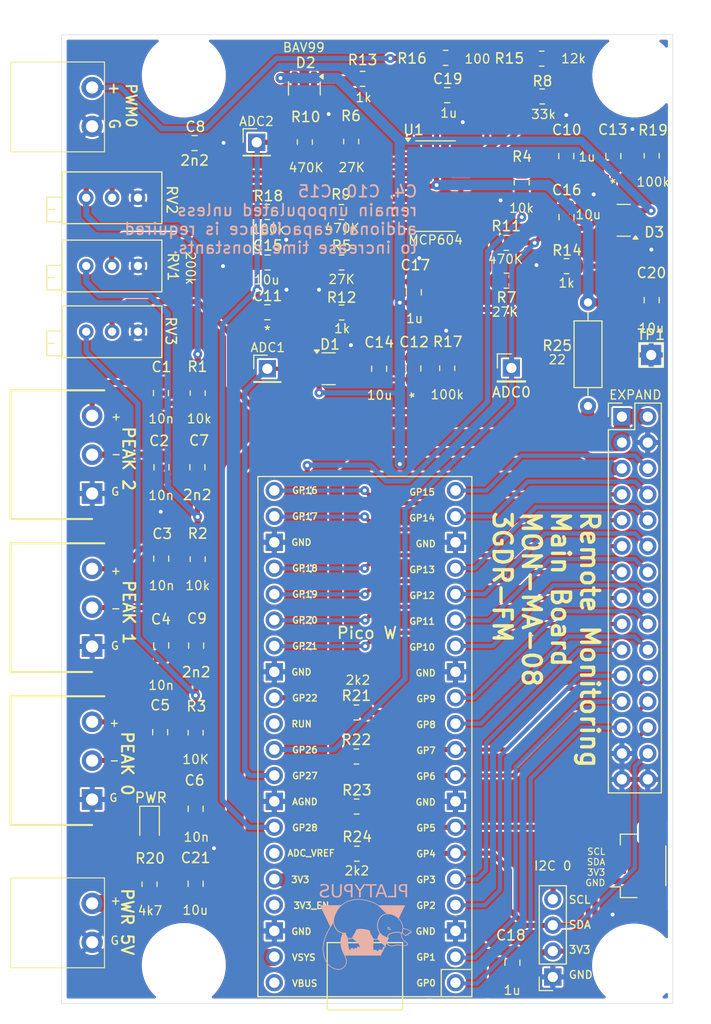
<source format=kicad_pcb>
(kicad_pcb (version 20241229) (generator "pcbnew") (generator_version "9.0")
  (layers (0 "F.Cu" signal) (2 "B.Cu" signal) (13 "F.Paste" user) (15 "B.Paste" user) (5 "F.SilkS" user "F.Silkscreen") (7 "B.SilkS" user "B.Silkscreen") (1 "F.Mask" user) (3 "B.Mask" user) (25 "Edge.Cuts" user))
  (net 0 "")
  (net 1 "/ADC0")
  (net 2 "/ADC1")
  (net 3 "/ADC2")
  (net 4 "GND")
  (net 5 "+3V3")
  (net 10 "+5V")
  (net 11 "/GP14")
  (net 12 "/GP15")
  (net 13 "/GP13")
  (net 14 "/GP11")
  (net 15 "/GP12")
  (net 16 "/GP10")
  (net 17 "/GP7")
  (net 18 "/GP6")
  (net 19 "/GP1")
  (net 20 "/GP0")
  (net 21 "/PWM0")
  (net 22 "/GP3")
  (net 23 "/GP2")
  (net 24 "/AN_CS1")
  (net 25 "/AN_CS2")
  (net 26 "Net-(C3-Pad2)")
  (net 27 "Net-(C5-Pad2)")
  (net 28 "/IN1-")
  (net 29 "/IN0-")
  (net 30 "/IN2-")
  (net 31 "/IN0+")
  (net 32 "/IN1+")
  (net 33 "/IN2+")
  (net 34 "Net-(U1D-+)")
  (net 35 "+5VA")
  (net 36 "Net-(C8-Pad2)")
  (net 37 "/GP9")
  (net 38 "/GP8")
  (net 39 "/GP17")
  (net 40 "/GP16")
  (net 41 "/GP5")
  (net 42 "/GP4")
  (net 43 "Net-(U1D--)")
  (net 44 "Net-(C1-Pad2)")
  (net 45 "/AN_CS0")
  (net 46 "/AN_CS3")
  (net 47 "Net-(C7-Pad2)")
  (net 48 "Net-(C9-Pad2)")
  (net 49 "Net-(LED1-A)")
  (net 50 "Net-(U1A--)")
  (net 51 "Net-(U1B--)")
  (net 52 "Net-(U1C--)")
  (net 53 "Net-(D1-Pad1)")
  (net 54 "Net-(D3-Pad1)")
  (net 55 "Net-(J4-Pin_2)")
  (net 56 "Net-(R13-Pad1)")
  (net 57 "Net-(R14-Pad1)")
  (net 58 "Net-(R12-Pad1)")
  (net 59 "Net-(R15-Pad2)")
  (net 60 "Net-(U1C-+)")
  (net 61 "Net-(U1B-+)")
  (net 62 "Net-(U1A-+)")
  (net 63 "Net-(D2-Pad1)")
  (footprint "Capacitor_SMD:C_0805_2012Metric_Pad1.18x1.45mm_HandSolder" (layer "F.Cu") (at 109.5248 87.4268 -90)
    (property "Reference" "C5")
    (property "Value" "10n")
  )
  (footprint "RP:RPi_Pico_THT_BASIC_INSIDE" (layer "F.Cu") (at 129.6162 87.8586 180)
    (property "Reference" "U2" (hide yes))
    (property "Value" "Pico W")
  )
  (footprint "Resistor_SMD:R_0805_2012Metric_Pad1.20x1.40mm_HandSolder" (layer "F.Cu") (at 127.3302 41.3766)
    (property "Reference" "R5")
    (property "Value" "27K")
  )
  (footprint "Connector_PinHeader_2.54mm:PinHeader_1x01_P2.54mm_Vertical" (layer "F.Cu") (at 120.0404 51.7906)
    (property "Reference" "J5" (hide yes))
    (property "Value" "ADC1")
  )
  (footprint "Capacitor_SMD:C_0805_2012Metric_Pad1.18x1.45mm_HandSolder" (layer "F.Cu") (at 149.3774 30.9372 90)
    (property "Reference" "C10")
    (property "Value" "1u")
  )
  (footprint "Capacitor_SMD:C_0805_2012Metric_Pad1.18x1.45mm_HandSolder" (layer "F.Cu") (at 154.0002 30.9372 -90)
    (property "Reference" "C13")
    (property "Value" "*")
  )
  (footprint "Resistor_SMD:R_0805_2012Metric_Pad1.20x1.40mm_HandSolder" (layer "F.Cu") (at 113.2078 70.4596 90)
    (property "Reference" "R2")
    (property "Value" "10k")
  )
  (footprint "Resistor_SMD:R_0805_2012Metric_Pad1.20x1.40mm_HandSolder" (layer "F.Cu") (at 147.0152 25.0952 180)
    (property "Reference" "R8")
    (property "Value" "33k")
  )
  (footprint "Capacitor_SMD:C_0805_2012Metric_Pad1.18x1.45mm_HandSolder" (layer "F.Cu") (at 157.7594 45.0596 90)
    (property "Reference" "C20")
    (property "Value" "10u")
  )
  (footprint "Resistor_SMD:R_0805_2012Metric_Pad1.20x1.40mm_HandSolder" (layer "F.Cu") (at 137.541 21.3106 180)
    (property "Reference" "R16")
    (property "Value" "100")
  )
  (footprint "RP:K2EDG" (layer "F.Cu") (at 102.8474 28.0246 90)
    (property "Reference" "J4" (hide yes))
    (property "Value" "PWM 0" (hide yes))
  )
  (footprint "Resistor_SMD:R_0805_2012Metric_Pad1.20x1.40mm_HandSolder" (layer "F.Cu") (at 137.6934 51.7398 -90)
    (property "Reference" "R17")
    (property "Value" "100k")
  )
  (footprint "Resistor_SMD:R_0805_2012Metric_Pad1.20x1.40mm_HandSolder" (layer "F.Cu") (at 123.7234 29.5656 90)
    (property "Reference" "R10")
    (property "Value" "470K")
  )
  (footprint "Resistor_SMD:R_0805_2012Metric_Pad1.20x1.40mm_HandSolder" (layer "F.Cu") (at 113.0046 87.4776 90)
    (property "Reference" "R3")
    (property "Value" "10K")
  )
  (footprint "Connector_PinHeader_2.54mm:PinHeader_1x01_P2.54mm_Vertical" (layer "F.Cu") (at 118.999 29.591)
    (property "Reference" "J6" (hide yes))
    (property "Value" "ADC2")
  )
  (footprint "Potentiometer_THT:Potentiometer_Bourns_3296X_Horizontal" (layer "F.Cu") (at 107.3474 35.0246)
    (property "Reference" "RV2")
    (property "Value" "200k" (hide yes))
  )
  (footprint "RP:JST_SH_SM04B-SRSS-TB_1x04-1MP_P1.00mm_Horizontal_wide_MP" (layer "F.Cu") (at 156.464 100.5332 90)
    (property "Reference" "CON2" (hide yes))
    (property "Value" "I2C 0" (hide yes))
  )
  (footprint "Package_TO_SOT_SMD:SOT-23" (layer "F.Cu") (at 123.6726 24.3078 -90)
    (property "Reference" "D2")
    (property "Value" "BAV99")
  )
  (footprint "RP:MountingHole_3.5mm_no_fill" (layer "F.Cu") (at 111.8474 23.0322)
    (property "Reference" "H1" (hide yes))
    (property "Value" "MountingHole" (hide yes))
  )
  (footprint "LED_SMD:LED_0805_2012Metric_Pad1.15x1.40mm_HandSolder" (layer "F.Cu") (at 108.4834 96.5454 -90)
    (property "Reference" "LED1" (hide yes))
    (property "Value" "PWR")
  )
  (footprint "Connector_PinHeader_2.54mm:PinHeader_1x01_P2.54mm_Vertical" (layer "F.Cu") (at 143.9926 51.7144)
    (property "Reference" "J7" (hide yes))
    (property "Value" "ADC0")
  )
  (footprint "Resistor_SMD:R_0805_2012Metric_Pad1.20x1.40mm_HandSolder" (layer "F.Cu") (at 128.778 85.4964)
    (property "Reference" "R21")
    (property "Value" "2k2")
  )
  (footprint "Capacitor_SMD:C_0805_2012Metric_Pad1.18x1.45mm_HandSolder" (layer "F.Cu") (at 120.0658 41.3766 180)
    (property "Reference" "C15")
    (property "Value" "10u")
  )
  (footprint "Resistor_SMD:R_0805_2012Metric_Pad1.20x1.40mm_HandSolder" (layer "F.Cu") (at 143.51 43.1546 180)
    (property "Reference" "R7")
    (property "Value" "27K")
  )
  (footprint "Capacitor_SMD:C_0805_2012Metric_Pad1.18x1.45mm_HandSolder" (layer "F.Cu") (at 113.0046 94.9452 -90)
    (property "Reference" "C6")
    (property "Value" "10n")
  )
  (footprint "Resistor_SMD:R_0805_2012Metric_Pad1.20x1.40mm_HandSolder" (layer "F.Cu") (at 127.3302 46.2788 180)
    (property "Reference" "R12")
    (property "Value" "1k")
  )
  (footprint "Resistor_SMD:R_0805_2012Metric_Pad1.20x1.40mm_HandSolder" (layer "F.Cu") (at 127.3048 36.4236 180)
    (property "Reference" "R9")
    (property "Value" "470K")
  )
  (footprint "RP:K3EDG" (layer "F.Cu") (at 102.8474 79.0246 90)
    (property "Reference" "J3" (hide yes))
    (property "Value" "PEAK 1")
  )
  (footprint "RP:MountingHole_3.5mm_no_fill" (layer "F.Cu") (at 156.0576 23.0322)
    (property "Reference" "H3" (hide yes))
    (property "Value" "MountingHole" (hide yes))
  )
  (footprint "Resistor_SMD:R_0805_2012Metric_Pad1.20x1.40mm_HandSolder" (layer "F.Cu") (at 146.9644 21.3868 180)
    (property "Reference" "R15")
    (property "Value" "12k")
  )
  (footprint "Resistor_SMD:R_0805_2012Metric_Pad1.20x1.40mm_HandSolder" (layer "F.Cu") (at 157.7594 30.9118 -90)
    (property "Reference" "R19")
    (property "Value" "100k")
  )
  (footprint "Capacitor_SMD:C_0805_2012Metric_Pad1.18x1.45mm_HandSolder" (layer "F.Cu") (at 134.366 51.7652 -90)
    (property "Reference" "C12")
    (property "Value" "*")
  )
  (footprint "Connector_PinSocket_2.54mm:PinSocket_1x04_P2.54mm_Vertical" (layer "F.Cu") (at 148.0566 111.4298 180)
    (property "Reference" "CON1" (hide yes))
    (property "Value" "I2C 0")
  )
  (footprint "Resistor_THT:R_Axial_DIN0207_L6.3mm_D2.5mm_P10.16mm_Horizontal" (layer "F.Cu") (at 151.511 45.2882 -90)
    (property "Reference" "R25")
    (property "Value" "22")
  )
  (footprint "Capacitor_SMD:C_0805_2012Metric_Pad1.18x1.45mm_HandSolder" (layer "F.Cu") (at 109.6264 70.4088 -90)
    (property "Reference" "C3")
    (property "Value" "10n")
  )
  (footprint "Resistor_SMD:R_0805_2012Metric_Pad1.20x1.40mm_HandSolder" (layer "F.Cu") (at 128.8034 94.7166)
    (property "Reference" "R23")
    (property "Value" "2k2")
  )
  (footprint "Capacitor_SMD:C_0805_2012Metric_Pad1.18x1.45mm_HandSolder" (layer "F.Cu") (at 109.6518 61.4465 -90)
    (property "Reference" "C2")
    (property "Value" "10n")
  )
  (footprint "Capacitor_SMD:C_0805_2012Metric_Pad1.18x1.45mm_HandSolder" (layer "F.Cu") (at 109.6264 78.9178 -90)
    (property "Reference" "C4")
    (property "Value" "10n" (hide yes))
  )
  (footprint "Capacitor_SMD:C_0805_2012Metric_Pad1.18x1.45mm_HandSolder" (layer "F.Cu") (at 113.0554 78.9432 -90)
    (property "Reference" "C9")
    (property "Value" "2n2")
  )
  (footprint "Resistor_SMD:R_0805_2012Metric_Pad1.20x1.40mm_HandSolder" (layer "F.Cu") (at 128.778 89.8144)
    (property "Reference" "R22")
    (property "Value" "2k2" (hide yes))
  )
  (footprint "TestPoint:TestPoint_THTPad_2.0x2.0mm_Drill1.0mm" (layer "F.Cu") (at 157.7086 50.4444)
    (property "Reference" "TP1")
    (property "Value" "GND")
  )
  (footprint "Resistor_SMD:R_0805_2012Metric_Pad1.20x1.40mm_HandSolder" (layer "F.Cu") (at 113.2078 54.1782 90)
    (property "Reference" "R1")
    (property "Value" "10k")
  )
  (footprint "Capacitor_SMD:C_0805_2012Metric_Pad1.18x1.45mm_HandSolder" (layer "F.Cu") (at 109.601 54.1782 -90)
    (property "Reference" "C1")
    (property "Value" "10n")
  )
  (footprint "Capacitor_SMD:C_0805_2012Metric_Pad1.18x1.45mm_HandSolder" (layer "F.Cu") (at 134.4168 44.2976 -90)
    (property "Reference" "C17")
    (property "Value" "1u")
  )
  (footprint "Capacitor_SMD:C_0805_2012Metric_Pad1.18x1.45mm_HandSolder" (layer "F.Cu") (at 113.0046 102.2858 90)
    (property "Reference" "C21")
    (property "Value" "10u")
  )
  (footprint "Resistor_SMD:R_0805_2012Metric_Pad1.20x1.40mm_HandSolder" (layer "F.Cu") (at 120.0404 36.4236 180)
    (property "Reference" "R18")
    (property "Value" "100k")
  )
  (footprint "RP:MountingHole_3.5mm_no_fill" (layer "F.Cu") (at 156.0322 110.3122)
    (property "Reference" "H2" (hide yes))
    (property "Value" "MountingHole" (hide yes))
  )
  (footprint "Package_TO_SOT_SMD:SOT-23" (layer "F.Cu") (at 155.0162 37.2364 180)
    (property "Reference" "D3")
    (property "Value" "BAV99" (hide yes))
  )
  (footprint "Resistor_SMD:R_0805_2012Metric_Pad1.20x1.40mm_HandSolder" (layer "F.Cu") (at 129.3876 23.368 180)
    (property "Reference" "R13")
    (property "Value" "1k")
  )
  (footprint "Package_TO_SOT_SMD:SOT-23" (layer "F.Cu") (at 126.0602 51.7906)
    (property "Reference" "D1")
    (property "Value" "BAV99" (hide yes))
  )
  (footprint "Resistor_SMD:R_0805_2012Metric_Pad1.20x1.40mm_HandSolder" (layer "F.Cu") (at 108.4834 102.3366 90)
    (property "Reference" "R20")
    (property "Value" "4k7")
  )
  (footprint "RP:K2EDG" (layer "F.Cu") (at 102.8474 108.0246 90)
    (property "Reference" "J9" (hide yes))
    (property "Value" "PWR 5V")
  )
  (footprint "Resistor_SMD:R_0805_2012Metric_Pad1.20x1.40mm_HandSolder" (layer "F.Cu") (at 128.8288 99.3394)
    (property "Reference" "R24")
    (property "Value" "2k2" (hide yes))
  )
  (footprint "Capacitor_SMD:C_0805_2012Metric_Pad1.18x1.45mm_HandSolder" (layer "F.Cu") (at 112.903 29.6672 180)
    (property "Reference" "C8")
    (property "Value" "2n2")
  )
  (footprint "Potentiometer_THT:Potentiometer_Bourns_3296X_Horizontal" (layer "F.Cu") (at 107.3474 48.1584)
    (property "Reference" "RV3")
    (property "Value" "200k")
  )
  (footprint "Resistor_SMD:R_0805_2012Metric_Pad1.20x1.40mm_HandSolder" (layer "F.Cu") (at 149.4028 41.7322)
    (property "Reference" "R14")
    (property "Value" "1k")
  )
  (footprint "RP:K3EDG" (layer "F.Cu") (at 102.8474 64.0246 90)
    (property "Reference" "J1" (hide yes))
    (property "Value" "PEAK 2")
  )
  (footprint "Capacitor_SMD:C_0805_2012Metric_Pad1.18x1.45mm_HandSolder" (layer "F.Cu") (at 144.0942 110.0328 -90)
    (property "Reference" "C18")
    (property "Value" "1u")
  )
  (footprint "Resistor_SMD:R_0805_2012Metric_Pad1.20x1.40mm_HandSolder" (layer "F.Cu") (at 143.4846 39.4462)
    (property "Reference" "R11")
    (property "Value" "470K")
  )
  (footprint "RP:MountingHole_3.5mm_no_fill" (layer "F.Cu") (at 111.8474 110.2614)
    (property "Reference" "H4" (hide yes))
    (property "Value" "MountingHole" (hide yes))
  )
  (footprint "Resistor_SMD:R_0805_2012Metric_Pad1.20x1.40mm_HandSolder" (layer "F.Cu") (at 128.27 29.5148 -90)
    (property "Reference" "R6")
    (property "Value" "27K")
  )
  (footprint "Capacitor_SMD:C_0805_2012Metric_Pad1.18x1.45mm_HandSolder" (layer "F.Cu") (at 131.0132 51.7906 -90)
    (property "Reference" "C14")
    (property "Value" "10u")
  )
  (footprint "Potentiometer_THT:Potentiometer_Bourns_3296X_Horizontal" (layer "F.Cu") (at 107.3474 41.7084)
    (property "Reference" "RV1")
    (property "Value" "200k" (hide yes))
  )
  (footprint "Capacitor_SMD:C_0805_2012Metric_Pad1.18x1.45mm_HandSolder" (layer "F.Cu") (at 137.6934 24.9682)
    (property "Reference" "C19")
    (property "Value" "1u")
  )
  (footprint "RP:K3EDG" (layer "F.Cu") (at 102.8474 94.0246 90)
    (property "Reference" "J2" (hide yes))
    (property "Value" "PEAK 0")
  )
  (footprint "Package_SO:SOIC-14_3.9x8.7mm_P1.27mm" (layer "F.Cu") (at 136.5504 33.8836)
    (property "Reference" "U1")
    (property "Value" "MCP604")
  )
  (footprint "Capacitor_SMD:C_0805_2012Metric_Pad1.18x1.45mm_HandSolder" (layer "F.Cu") (at 120.0404 46.2534 180)
    (property "Reference" "C11")
    (property "Value" "*")
  )
  (footprint "Capacitor_SMD:C_0805_2012Metric_Pad1.18x1.45mm_HandSolder" (layer "F.Cu") (at 113.1824 61.4426 -90)
    (property "Reference" "C7")
    (property "Value" "2n2")
  )
  (footprint "Resistor_SMD:R_0805_2012Metric_Pad1.20x1.40mm_HandSolder" (layer "F.Cu") (at 145.0086 33.5534 90)
    (property "Reference" "R4")
    (property "Value" "10k")
  )
  (footprint "Connector_PinHeader_2.54mm:PinHeader_2x15_P2.54mm_Vertical" (layer "F.Cu") (at 154.8384 56.4896)
    (property "Reference" "J8" (hide yes))
    (property "Value" "EXPAND")
  )
  (footprint "Capacitor_SMD:C_0805_2012Metric_Pad1.18x1.45mm_HandSolder" (layer "F.Cu") (at 149.4028 36.9316 -90)
    (property "Reference" "C16")
    (property "Value" "10u")
  )
  (gr_poly (pts (xy 131.924528 105.237939) (xy 131.983626 105.241111) (xy 132.042979 105.246845) (xy 132.102461 105.255139) (xy 132.161944 105.26599) (xy 132.221302 105.279394) (xy 132.28041 105.295348) (xy 132.33914 105.313849) (xy 132.397366 105.334893) (xy 132.454962 105.358478) (xy 132.5118 105.3846) (xy 132.567756 105.413257) (xy 132.622702 105.444444) (xy 132.676512 105.478158) (xy 132.72906 105.514398) (xy 132.780219 105.553158) (xy 132.829862 105.594437) (xy 132.877863 105.63823) (xy 132.924097 105.684535) (xy 132.968435 105.733348) (xy 133.010753 105.784667) (xy 133.050923 105.838487) (xy 133.088818 105.894807) (xy 133.124314 105.953622) (xy 133.157283 106.01493) (xy 133.191623 106.083802) (xy 133.223141 106.151116) (xy 133.251537 106.21736) (xy 133.276509 106.283026) (xy 133.297759 106.348603) (xy 133.314984 106.414584) (xy 133.327886 106.481457) (xy 133.336162 106.549715) (xy 133.339513 106.619846) (xy 133.337637 106.692343) (xy 133.330236 106.767694) (xy 133.317007 106.846392) (xy 133.297652 106.928926) (xy 133.271868 107.015786) (xy 133.239356 107.107465) (xy 133.199815 107.204451) (xy 133.194079 107.190346) (xy 133.187675 107.177068) (xy 133.180621 107.164593) (xy 133.17294 107.152899) (xy 133.16465 107.141963) (xy 133.155772 107.131761) (xy 133.146325 107.122272) (xy 133.136331 107.113471) (xy 133.12581 107.105337) (xy 133.11478 107.097846) (xy 133.103264 107.090976) (xy 133.09128 107.084703) (xy 133.065991 107.073858) (xy 133.039074 107.06513) (xy 133.010692 107.058334) (xy 132.981006 107.053289) (xy 132.950175 107.04981) (xy 132.918363 107.047715) (xy 132.88573 107.046821) (xy 132.852437 107.046944) (xy 132.784518 107.049514) (xy 132.688477 107.056739) (xy 132.598208 107.065377) (xy 132.513561 107.075553) (xy 132.434385 107.08739) (xy 132.36053 107.101014) (xy 132.291847 107.116549) (xy 132.259397 107.125072) (xy 132.228184 107.134119) (xy 132.198188 107.143706) (xy 132.169391 107.153849) (xy 132.141774 107.164563) (xy 132.115319 107.175863) (xy 132.090006 107.187766) (xy 132.065816 107.200286) (xy 132.042732 107.213439) (xy 132.020734 107.227241) (xy 131.999803 107.241708) (xy 131.97992 107.256855) (xy 131.961068 107.272697) (xy 131.943226 107.28925) (xy 131.926377 107.306529) (xy 131.910501 107.324551) (xy 131.895579 107.343331) (xy 131.881594 107.362884) (xy 131.868526 107.383226) (xy 131.856356 107.404372) (xy 131.851366 107.410669) (xy 131.847166 107.416915) (xy 131.843722 107.423116) (xy 131.841003 107.429279) (xy 131.838977 107.435411) (xy 131.837611 107.441518) (xy 131.836874 107.447608) (xy 131.836733 107.453688) (xy 131.837156 107.459764) (xy 131.838112 107.465843) (xy 131.839568 107.471932) (xy 131.841492 107.478038) (xy 131.843852 107.484168) (xy 131.846617 107.490329) (xy 131.853229 107.502769) (xy 131.861073 107.515414) (xy 131.869891 107.52832) (xy 131.889427 107.55513) (xy 131.89963 107.569145) (xy 131.909783 107.583639) (xy 131.919628 107.598668) (xy 131.928908 107.614287) (xy 131.852489 107.59234) (xy 131.779399 107.56871) (xy 131.709581 107.543456) (xy 131.642977 107.516639) (xy 131.57953 107.488317) (xy 131.519184 107.45855) (xy 131.461879 107.427398) (xy 131.407561 107.39492) (xy 131.35617 107.361175) (xy 131.30765 107.326223) (xy 131.261944 107.290123) (xy 131.218994 107.252936) (xy 131.178744 107.214719) (xy 131.141135 107.175534) (xy 131.10611 107.135439) (xy 131.073613 107.094493) (xy 131.043586 107.052758) (xy 131.015972 107.01029) (xy 130.990713 106.967151) (xy 130.967752 106.9234) (xy 130.947032 106.879096) (xy 130.928496 106.834299) (xy 130.912086 106.789068) (xy 130.897746 106.743463) (xy 130.875043 106.651367) (xy 130.85993 106.558488) (xy 130.851948 106.465301) (xy 130.850639 106.372283) (xy 130.850638 106.372283) (xy 130.852659 106.326447) (xy 130.856342 106.280818) (xy 130.861634 106.235455) (xy 130.868482 106.190419) (xy 130.876833 106.145768) (xy 130.886632 106.101564) (xy 130.897828 106.057865) (xy 130.910367 106.014733) (xy 130.924197 105.972227) (xy 130.939263 105.930406) (xy 130.955512 105.889332) (xy 130.972893 105.849063) (xy 130.99135 105.80966) (xy 131.010832 105.771183) (xy 131.031286 105.733691) (xy 131.052657 105.697244) (xy 131.074893 105.661904) (xy 131.097941 105.627728) (xy 131.121747 105.594778) (xy 131.146259 105.563114) (xy 131.171423 105.532794) (xy 131.197186 105.50388) (xy 131.223496 105.476431) (xy 131.250298 105.450507) (xy 131.27754 105.426169) (xy 131.305169 105.403475) (xy 131.333131 105.382486) (xy 131.361373 105.363262) (xy 131.389843 105.345862) (xy 131.418486 105.330348) (xy 131.447251 105.316778) (xy 131.476083 105.305213) (xy 131.528592 105.287766) (xy 131.582367 105.272908) (xy 131.637282 105.260636) (xy 131.693211 105.250945) (xy 131.750026 105.243833) (xy 131.807601 105.239297) (xy 131.865811 105.237333)) (stroke (width 0.066145) (color 0 255 0 1)) (fill no) (layer "B.SilkS"))
  (gr_poly (pts (xy 127.281984 104.41619) (xy 127.281976 104.41619) (xy 127.281984 104.416183)) (stroke (width 0.053477) (color 155 102 87 1)) (fill yes) (layer "B.SilkS"))
  (gr_poly (pts (xy 126.542794 106.0706) (xy 126.5605 106.179512) (xy 126.584964 106.284201) (xy 126.61607 106.384373) (xy 126.653701 106.479732) (xy 126.697743 106.569983) (xy 126.74808 106.654829) (xy 126.804595 106.733976) (xy 126.835134 106.77132) (xy 126.867174 106.807128) (xy 126.900702 106.841363) (xy 126.935701 106.873989) (xy 126.972159 106.904969) (xy 127.010061 106.934265) (xy 127.049391 106.96184) (xy 127.090136 106.987659) (xy 127.132282 107.011683) (xy 127.175813 107.033876) (xy 127.220716 107.0542) (xy 127.266976 107.07262) (xy 127.314578 107.089098) (xy 127.363508 107.103596) (xy 127.413751 107.116079) (xy 127.465294 107.126509) (xy 127.465293 107.126517) (xy 127.428364 107.211691) (xy 127.395553 107.29598) (xy 127.341704 107.461765) (xy 127.30258 107.6236) (xy 127.277012 107.781215) (xy 127.263835 107.934339) (xy 127.261879 108.0827) (xy 127.269978 108.226027) (xy 127.286963 108.36405) (xy 127.311669 108.496498) (xy 127.342926 108.623099) (xy 127.379568 108.743583) (xy 127.420428 108.857679) (xy 127.464337 108.965115) (xy 127.510128 109.065621) (xy 127.602687 109.244757) (xy 127.634454 109.305382) (xy 127.666984 109.373632) (xy 127.698816 109.448544) (xy 127.728486 109.529158) (xy 127.754531 109.614512) (xy 127.77549 109.703643) (xy 127.789899 109.795591) (xy 127.79419 109.842321) (xy 127.796295 109.889394) (xy 127.796031 109.936691) (xy 127.793216 109.98409) (xy 127.787666 110.031473) (xy 127.779199 110.078718) (xy 127.767632 110.125706) (xy 127.752782 110.172316) (xy 127.734465 110.218428) (xy 127.7125 110.263922) (xy 127.686704 110.308678) (xy 127.656893 110.352575) (xy 127.622885 110.395494) (xy 127.584497 110.437314) (xy 127.541546 110.477914) (xy 127.493849 110.517176) (xy 127.441223 110.554978) (xy 127.383486 110.5912) (xy 127.348624 110.610135) (xy 127.312492 110.626765) (xy 127.275179 110.641134) (xy 127.236774 110.653287) (xy 127.197367 110.663267) (xy 127.157049 110.671117) (xy 127.115907 110.676883) (xy 127.074032 110.680606) (xy 127.031512 110.682332) (xy 126.988439 110.682105) (xy 126.900987 110.675963) (xy 126.812392 110.662532) (xy 126.723369 110.642162) (xy 126.634635 110.615205) (xy 126.546905 110.58201) (xy 126.460896 110.542928) (xy 126.377324 110.49831) (xy 126.296904 110.448506) (xy 126.220354 110.393868) (xy 126.148388 110.334746) (xy 126.081722 110.271491) (xy 126.032152 110.218252) (xy 125.985171 110.162979) (xy 125.940734 110.105807) (xy 125.898791 110.046869) (xy 125.822204 109.924237) (xy 125.755031 109.796165) (xy 125.696896 109.66373) (xy 125.647421 109.528013) (xy 125.606226 109.390092) (xy 125.572936 109.251047) (xy 125.547171 109.111956) (xy 125.528554 108.9739) (xy 125.516708 108.837957) (xy 125.511254 108.705206) (xy 125.511814 108.576727) (xy 125.518011 108.453599) (xy 125.529467 108.336901) (xy 125.545803 108.227713) (xy 125.593075 107.998632) (xy 125.647102 107.787724) (xy 125.706846 107.593586) (xy 125.771271 107.414816) (xy 125.83934 107.250011) (xy 125.910016 107.097769) (xy 125.98226 106.956687) (xy 126.055037 106.825364) (xy 126.330726 106.369599) (xy 126.390607 106.266028) (xy 126.444798 106.1638) (xy 126.492261 106.061512) (xy 126.53196 105.957762)) (stroke (width 0.066145) (color 0 255 0 1)) (fill no) (layer "B.SilkS"))
  (gr_poly (pts (xy 129.308488 106.747288) (xy 129.404296 106.754041) (xy 129.499454 106.764137) (xy 129.592649 106.777073) (xy 129.682564 106.792349) (xy 129.767883 106.809462) (xy 129.847292 106.827911) (xy 129.919476 106.847195) (xy 129.983118 106.866811) (xy 130.036903 106.886259) (xy 130.079516 106.905036) (xy 130.08133 106.936395) (xy 130.084383 106.966784) (xy 130.08861 106.996259) (xy 130.093943 107.024876) (xy 130.100318 107.052691) (xy 130.107668 107.07976) (xy 130.115927 107.106138) (xy 130.125029 107.131881) (xy 130.145499 107.181688) (xy 130.168549 107.229627) (xy 130.193652 107.276145) (xy 130.22028 107.321688) (xy 130.275999 107.411641) (xy 130.304033 107.456944) (xy 130.33148 107.503061) (xy 130.357812 107.550438) (xy 130.382501 107.599523) (xy 130.405019 107.650763) (xy 130.415299 107.67733) (xy 130.424838 107.704604) (xy 130.425644 107.704768) (xy 130.426386 107.704898) (xy 130.427083 107.705005) (xy 130.427758 107.705101) (xy 130.428432 107.705196) (xy 130.429125 107.705304) (xy 130.42986 107.705436) (xy 130.430656 107.705603) (xy 130.437924 107.750136) (xy 130.44288 107.795811) (xy 130.44577 107.842367) (xy 130.446839 107.889545) (xy 130.446335 107.937084) (xy 130.444502 107.984724) (xy 130.437837 108.079267) (xy 130.419399 108.258116) (xy 130.411563 108.338258) (xy 130.408852 108.375098) (xy 130.407274 108.409438) (xy 130.407321 108.443541) (xy 130.408352 108.47985) (xy 130.410293 108.517756) (xy 130.413072 108.556651) (xy 130.416614 108.595928) (xy 130.420845 108.634978) (xy 130.425693 108.673193) (xy 130.431083 108.709967) (xy 130.436943 108.744691) (xy 130.443198 108.776757) (xy 130.449775 108.805557) (xy 130.4566 108.830484) (xy 130.4636 108.85093) (xy 130.470701 108.866287) (xy 130.474266 108.871867) (xy 130.47783 108.875947) (xy 130.481381 108.87845) (xy 130.484912 108.879302) (xy 130.489313 108.880108) (xy 130.493613 108.880216) (xy 130.497829 108.879673) (xy 130.501978 108.878528) (xy 130.506078 108.876828) (xy 130.510145 108.874622) (xy 130.514195 108.871957) (xy 130.518247 108.868882) (xy 130.526423 108.861694) (xy 130.534806 108.85344) (xy 130.55274 108.835275) (xy 130.562563 108.826132) (xy 130.567748 108.821714) (xy 130.573137 108.817462) (xy 130.578749 108.813424) (xy 130.584599 108.809648) (xy 130.590705 108.806182) (xy 130.597083 108.803074) (xy 130.603752 108.800373) (xy 130.610727 108.798126) (xy 130.618025 108.796381) (xy 130.625665 108.795187) (xy 130.633662 108.794591) (xy 130.642033 108.794641) (xy 130.650796 108.795386) (xy 130.659968 108.796874) (xy 130.669461 108.799014) (xy 130.678717 108.801663) (xy 130.687744 108.804789) (xy 130.696554 108.80836) (xy 130.705157 108.812342) (xy 130.713564 108.816704) (xy 130.721785 108.821412) (xy 130.72983 108.826435) (xy 130.737711 108.83174) (xy 130.745438 108.837294) (xy 130.76047 108.84902) (xy 130.775011 108.861354) (xy 130.789146 108.874035) (xy 130.816532 108.899402) (xy 130.829951 108.911567) (xy 130.8433 108.92304) (xy 130.856664 108.933562) (xy 130.863377 108.938384) (xy 130.870125 108.942872) (xy 130.876919 108.946991) (xy 130.883769 108.95071) (xy 130.890686 108.953996) (xy 130.89768 108.956816) (xy 130.903941 108.955646) (xy 130.909622 108.95358) (xy 130.914774 108.950673) (xy 130.919449 108.946981) (xy 130.923697 108.94256) (xy 130.927568 108.937466) (xy 130.931114 108.931755) (xy 130.934386 108.925483) (xy 130.940309 108.911477) (xy 130.945745 108.895897) (xy 130.956781 108.8618) (xy 130.963195 108.844176) (xy 130.970749 108.826765) (xy 130.97508 108.818279) (xy 130.979849 108.810014) (xy 130.985107 108.802025) (xy 130.990903 108.794369) (xy 130.99729 108.787101) (xy 131.004317 108.780277) (xy 131.012036 108.773953) (xy 131.020498 108.768186) (xy 131.029754 108.76303) (xy 131.039853 108.758542) (xy 131.050848 108.754777) (xy 131.062789 108.751791) (xy 131.069445 108.750992) (xy 131.07672 108.750905) (xy 131.084571 108.751479) (xy 131.092958 108.752665) (xy 131.111176 108.756673) (xy 131.131043 108.762529) (xy 131.152229 108.769836) (xy 131.174404 108.778193) (xy 131.220404 108.796463) (xy 131.266403 108.814146) (xy 131.288578 108.82177) (xy 131.309763 108.828051) (xy 131.329629 108.832589) (xy 131.338964 108.834079) (xy 131.347845 108.834985) (xy 131.356232 108.835255) (xy 131.364083 108.83484) (xy 131.371357 108.83369) (xy 131.378012 108.831755) (xy 131.381365 108.830009) (xy 131.38396 108.827597) (xy 131.38586 108.82454) (xy 131.387128 108.820859) (xy 131.387828 108.816577) (xy 131.388023 108.811714) (xy 131.38715 108.800332) (xy 131.376101 108.735885) (xy 131.37398 108.715903) (xy 131.373127 108.694715) (xy 131.374048 108.672496) (xy 131.375332 108.661052) (xy 131.377249 108.649415) (xy 131.379863 108.637606) (xy 131.383236 108.625646) (xy 131.387433 108.613557) (xy 131.392516 108.60136) (xy 131.398548 108.589077) (xy 131.405593 108.576729) (xy 131.413715 108.564337) (xy 131.422975 108.551924) (xy 131.426363 108.547967) (xy 131.429816 108.544226) (xy 131.433331 108.540696) (xy 131.436905 108.53737) (xy 131.440534 108.534244) (xy 131.444216 108.53131) (xy 131.451726 108.525999) (xy 131.45941 108.52139) (xy 131.467244 108.517436) (xy 131.475202 108.514091) (xy 131.483262 108.511306) (xy 131.491397 108.509036) (xy 131.499584 108.507233) (xy 131.507798 108.505851) (xy 131.516015 108.504843) (xy 131.52421 108.504161) (xy 131.532359 108.503759) (xy 131.540438 108.50359) (xy 131.548421 108.503607) (xy 131.451912 108.703848) (xy 131.161102 109.300971) (xy 127.630232 109.302107) (xy 127.527051 109.106378) (xy 127.475178 108.999694) (xy 127.449801 108.942583) (xy 127.425037 108.882362) (xy 127.401066 108.818585) (xy 127.378068 108.750805) (xy 127.356223 108.678574) (xy 127.335711 108.601447) (xy 127.316711 108.518975) (xy 127.299405 108.430711) (xy 127.283971 108.336209) (xy 127.27059 108.235022) (xy 127.265397 108.182694) (xy 127.262042 108.130458) (xy 127.260415 108.078417) (xy 127.260405 108.026673) (xy 127.261903 107.97533) (xy 127.264799 107.92449) (xy 127.268984 107.874257) (xy 127.274349 107.824733) (xy 127.288176 107.728225) (xy 127.305404 107.63579) (xy 127.325155 107.54825) (xy 127.346551 107.466429) (xy 127.368716 107.391151) (xy 127.390773 107.323238) (xy 127.411842 107.263515) (xy 127.431049 107.212804) (xy 127.460361 107.141713) (xy 127.471692 107.116553) (xy 127.501232 107.120073) (xy 127.52995 107.122189) (xy 127.558434 107.122983) (xy 127.587272 107.122534) (xy 127.61705 107.120924) (xy 127.648357 107.118233) (xy 127.681779 107.114542) (xy 127.717905 107.10993) (xy 127.717365 107.129371) (xy 127.717986 107.148845) (xy 127.719696 107.168336) (xy 127.722424 107.187823) (xy 127.726097 107.207291) (xy 127.730644 107.22672) (xy 127.735993 107.246093) (xy 127.742073 107.265392) (xy 127.756138 107.303695) (xy 127.772264 107.341485) (xy 127.789878 107.378618) (xy 127.808407 107.414951) (xy 127.880198 107.549393) (xy 127.894696 107.579562) (xy 127.906667 107.608067) (xy 127.915538 107.634763) (xy 127.918631 107.647388) (xy 127.920734 107.659506) (xy 127.930088 107.780482) (xy 127.938302 107.93925) (xy 127.948761 108.12061) (xy 127.964849 108.309361) (xy 127.97606 108.401757) (xy 127.989947 108.4903) (xy 128.006933 108.57309) (xy 128.02744 108.648226) (xy 128.039147 108.682331) (xy 128.051893 108.713809) (xy 128.06573 108.742424) (xy 128.080712 108.767938) (xy 128.096892 108.790114) (xy 128.114323 108.808714) (xy 128.133056 108.8235) (xy 128.153146 108.834235) (xy 128.156844 108.835073) (xy 128.160447 108.834816) (xy 128.163977 108.833525) (xy 128.167456 108.831263) (xy 128.170907 108.828091) (xy 128.17435 108.824071) (xy 128.181305 108.813734) (xy 128.188494 108.800746) (xy 128.196096 108.785601) (xy 128.213235 108.750821) (xy 128.223124 108.732173) (xy 128.234126 108.713345) (xy 128.246418 108.694833) (xy 128.253103 108.68585) (xy 128.260175 108.67713) (xy 128.267658 108.668737) (xy 128.275573 108.660731) (xy 128.283942 108.653174) (xy 128.292787 108.646129) (xy 128.30213 108.639657) (xy 128.311993 108.63382) (xy 128.322398 108.628679) (xy 128.333366 108.624297) (xy 128.344705 108.621117) (xy 128.35574 108.619478) (xy 128.366473 108.61928) (xy 128.37691 108.620422) (xy 128.387053 108.622805) (xy 128.396906 108.626329) (xy 128.406473 108.630895) (xy 128.415757 108.636402) (xy 128.424763 108.642752) (xy 128.433494 108.649843) (xy 128.441953 108.657577) (xy 128.450145 108.665854) (xy 128.46574 108.683636) (xy 128.480309 108.702392) (xy 128.528913 108.771193) (xy 128.538793 108.782847) (xy 128.543413 108.787294) (xy 128.547825 108.790687) (xy 128.552031 108.792927) (xy 128.556036 108.793914) (xy 128.559844 108.793549) (xy 128.563458 108.791731) (xy 128.565975 108.789676) (xy 128.56838 108.786826) (xy 128.570694 108.783235) (xy 128.572936 108.778959) (xy 128.577285 108.768567) (xy 128.58159 108.756085) (xy 128.590713 108.726594) (xy 128.595853 108.710456) (xy 128.601593 108.69397) (xy 128.608096 108.677572) (xy 128.615523 108.661697) (xy 128.619633 108.654092) (xy 128.624035 108.646782) (xy 128.628748 108.639819) (xy 128.633793 108.63326) (xy 128.639189 108.627158) (xy 128.644958 108.621568) (xy 128.651119 108.616545) (xy 128.657692 108.612142) (xy 128.664698 108.608415) (xy 128.672157 108.605417) (xy 128.680089 108.603203) (xy 128.688513 108.601828) (xy 128.696897 108.60154) (xy 128.705159 108.602046) (xy 128.713295 108.60329) (xy 128.721299 108.605216) (xy 128.729168 108.607768) (xy 128.736897 108.61089) (xy 128.744482 108.614527) (xy 128.751916 108.618622) (xy 128.759197 108.62312) (xy 128.76632 108.627965) (xy 128.773279 108.633102) (xy 128.780071 108.638473) (xy 128.793134 108.649698) (xy 128.80547 108.661194) (xy 128.82782 108.683213) (xy 128.83776 108.692841) (xy 128.846828 108.700954) (xy 128.851023 108.704302) (xy 128.854987 108.707104) (xy 128.858714 108.709303) (xy 128.8622 108.710845) (xy 128.86544 108.711672) (xy 128.868431 108.711729) (xy 128.871166 108.710961) (xy 128.873643 108.709311) (xy 128.874447 108.706098) (xy 128.875004 108.702119) (xy 128.875502 108.692075) (xy 128.874904 108.665146) (xy 128.873842 108.63195) (xy 128.873759 108.614072) (xy 128.874306 108.595912) (xy 128.875733 108.577899) (xy 128.878289 108.560461) (xy 128.880067 108.552091) (xy 128.882222 108.544025) (xy 128.884782 108.536317) (xy 128.887781 108.52902) (xy 128.891248 108.522189) (xy 128.895216 108.515875) (xy 128.899714 108.510134) (xy 128.904775 108.505018) (xy 128.910429 108.500582) (xy 128.916707 108.496877) (xy 128.923641 108.493959) (xy 128.931262 108.491881) (xy 128.939342 108.49079) (xy 128.947616 108.490296) (xy 128.956058 108.490353) (xy 128.964643 108.490915) (xy 128.973346 108.491933) (xy 128.98214 108.493363) (xy 128.991 108.495157) (xy 128.9999 108.497268) (xy 129.017718 108.502257) (xy 129.03539 108.507956) (xy 129.069473 108.519989) (xy 129.085473 108.525578) (xy 129.100506 108.530383) (xy 129.114366 108.534032) (xy 129.120793 108.535306) (xy 129.126849 108.53615) (xy 129.13251 108.536519) (xy 129.137749 108.536365) (xy 129.142541 108.535642) (xy 129.146861 108.534304) (xy 129.150682 108.532302) (xy 129.153979 108.529592) (xy 129.156727 108.526126) (xy 129.158899 108.521857) (xy 129.159878 108.509264) (xy 129.158183 108.490701) (xy 129.153893 108.466873) (xy 129.147089 108.438487) (xy 129.137852 108.40625) (xy 129.126262 108.370868) (xy 129.112401 108.333048) (xy 129.096348 108.293497) (xy 129.078184 108.25292) (xy 129.05799 108.212025) (xy 129.035846 108.171517) (xy 129.011834 108.132105) (xy 128.986033 108.094494) (xy 128.958524 108.05939) (xy 128.929389 108.027501) (xy 128.914236 108.012983) (xy 128.898706 107.999533) (xy 128.866353 107.973797) (xy 128.833252 107.948968) (xy 128.799653 107.9249) (xy 128.765806 107.901447) (xy 128.63291 107.810852) (xy 128.601555 107.788277) (xy 128.571446 107.765438) (xy 128.542832 107.742189) (xy 128.515962 107.718384) (xy 128.491085 107.693877) (xy 128.46845 107.66852) (xy 128.458051 107.655478) (xy 128.448306 107.642169) (xy 128.439247 107.628574) (xy 128.430903 107.614676) (xy 128.427457 107.615661) (xy 128.423866 107.616569) (xy 128.420172 107.617423) (xy 128.416415 107.618246) (xy 128.408878 107.619881) (xy 128.40518 107.620737) (xy 128.401583 107.621649) (xy 128.418752 107.616875) (xy 128.427372 107.614506) (xy 128.435947 107.612227) (xy 128.433359 107.594982) (xy 128.432571 107.577438) (xy 128.433491 107.559572) (xy 128.436029 107.541364) (xy 128.440092 107.522791) (xy 128.445591 107.503832) (xy 128.46053 107.464672) (xy 128.480115 107.42371) (xy 128.503618 107.380774) (xy 128.559458 107.288295) (xy 128.622218 107.185859) (xy 128.65437 107.130477) (xy 128.686064 107.072089) (xy 128.716571 107.010524) (xy 128.745161 106.94561) (xy 128.771106 106.877174) (xy 128.793677 106.805045) (xy 128.828728 106.792303) (xy 128.865755 106.781211) (xy 128.945076 106.763729) (xy 129.030325 106.752097) (xy 129.120187 106.745814) (xy 129.213347 106.744378)) (stroke (width 0.053477) (color 155 102 87 1)) (fill yes) (layer "B.SilkS"))
  (gr_poly (pts (xy 132.836112 107.050204) (xy 132.921221 107.056239) (xy 132.999671 107.067008) (xy 133.017649 107.070405) (xy 133.034545 107.07404) (xy 133.050393 107.077915) (xy 133.065227 107.082034) (xy 133.079078 107.086401) (xy 133.091979 107.091018) (xy 133.103965 107.095888) (xy 133.115067 107.101015) (xy 133.125319 107.106402) (xy 133.134754 107.112052) (xy 133.143405 107.117969) (xy 133.151304 107.124155) (xy 133.158485 107.130614) (xy 133.16498 107.137348) (xy 133.170824 107.144362) (xy 133.176048 107.151659) (xy 133.180685 107.15924) (xy 133.184769 107.167111) (xy 133.188333 107.175273) (xy 133.19141 107.183731) (xy 133.194032 107.192487) (xy 133.196232 107.201544) (xy 133.199501 107.220577) (xy 133.20148 107.240854) (xy 133.202432 107.262401) (xy 133.202623 107.285244) (xy 133.202315 107.309409) (xy 133.202754 107.343845) (xy 133.206879 107.382129) (xy 133.214684 107.423714) (xy 133.22616 107.468057) (xy 133.241302 107.51461) (xy 133.260101 107.562828) (xy 133.28255 107.612167) (xy 133.308642 107.66208) (xy 133.338369 107.712023) (xy 133.371724 107.761449) (xy 133.4087 107.809814) (xy 133.449289 107.856572) (xy 133.493484 107.901177) (xy 133.516932 107.922502) (xy 133.541278 107.943084) (xy 133.566523 107.962856) (xy 133.592664 107.981748) (xy 133.619701 107.999693) (xy 133.647633 108.016623) (xy 133.647634 108.016623) (xy 133.647635 108.016624) (xy 133.647635 108.016625) (xy 133.647636 108.016625) (xy 133.647637 108.016627) (xy 133.647637 108.016628) (xy 133.647638 108.016629) (xy 133.647639 108.016629) (xy 133.647639 108.01663) (xy 133.64764 108.01663) (xy 133.64764 108.016631) (xy 133.647641 108.016631) (xy 133.682955 108.038534) (xy 133.713467 108.060165) (xy 133.739315 108.08147) (xy 133.760636 108.102396) (xy 133.777569 108.12289) (xy 133.790252 108.142899) (xy 133.798821 108.16237) (xy 133.803416 108.18125) (xy 133.804174 108.199486) (xy 133.801233 108.217024) (xy 133.79473 108.233812) (xy 133.784804 108.249797) (xy 133.771593 108.264925) (xy 133.755234 108.279143) (xy 133.735866 108.292399) (xy 133.713626 108.304638) (xy 133.688652 108.315809) (xy 133.661082 108.325858) (xy 133.598705 108.342377) (xy 133.527599 108.353772) (xy 133.448867 108.359616) (xy 133.363611 108.359487) (xy 133.272935 108.352959) (xy 133.177943 108.339607) (xy 133.079736 108.319006) (xy 133.048325 108.31181) (xy 133.017874 108.305649) (xy 132.988359 108.300476) (xy 132.959758 108.296245) (xy 132.932047 108.292906) (xy 132.905203 108.290413) (xy 132.879205 108.288718) (xy 132.854028 108.287773) (xy 132.82965 108.287531) (xy 132.806048 108.287945) (xy 132.761081 108.290546) (xy 132.718943 108.295198) (xy 132.679451 108.301519) (xy 132.642421 108.309128) (xy 132.607671 108.317645) (xy 132.575017 108.326689) (xy 132.544276 108.33588) (xy 132.487801 108.353177) (xy 132.461699 108.360523) (xy 132.436778 108.366492) (xy 132.403255 108.372729) (xy 132.369366 108.378204) (xy 132.335214 108.382743) (xy 132.300899 108.386169) (xy 132.266527 108.388307) (xy 132.232198 108.388981) (xy 132.198016 108.388014) (xy 132.164083 108.385232) (xy 132.130502 108.380459) (xy 132.097375 108.373519) (xy 132.064806 108.364236) (xy 132.032895 108.352434) (xy 132.01722 108.345533) (xy 132.001748 108.337938) (xy 131.986492 108.329624) (xy 131.971464 108.320571) (xy 131.956679 108.310757) (xy 131.942149 108.300159) (xy 131.927886 108.288756) (xy 131.913903 108.276526) (xy 131.893518 108.25747) (xy 131.875012 108.238699) (xy 131.858333 108.220176) (xy 131.843426 108.201863) (xy 131.830235 108.183725) (xy 131.818707 108.165724) (xy 131.808787 108.147822) (xy 131.80042 108.129983) (xy 131.793552 108.11217) (xy 131.788129 108.094345) (xy 131.784095 108.076472) (xy 131.781397 108.058513) (xy 131.779979 108.040431) (xy 131.779788 108.02219) (xy 131.780769 108.003752) (xy 131.782867 107.98508) (xy 131.786028 107.966138) (xy 131.790197 107.946887) (xy 131.801342 107.907314) (xy 131.815865 107.866064) (xy 131.833332 107.822841) (xy 131.875349 107.72929) (xy 131.923903 107.624289) (xy 131.925662 107.619419) (xy 131.926743 107.614646) (xy 131.927188 107.609965) (xy 131.927036 107.60537) (xy 131.926329 107.600855) (xy 131.925108 107.596415) (xy 131.923413 107.592045) (xy 131.921285 107.587739) (xy 131.918765 107.583491) (xy 131.915894 107.579297) (xy 131.912712 107.57515) (xy 131.90926 107.571045) (xy 131.90171 107.56294) (xy 131.89357 107.554938) (xy 131.876825 107.539065) (xy 131.868872 107.531107) (xy 131.861633 107.523075) (xy 131.858384 107.519018) (xy 131.855435 107.514927) (xy 131.852829 107.510795) (xy 131.850605 107.506618) (xy 131.848804 107.502389) (xy 131.847467 107.498103) (xy 131.846635 107.493756) (xy 131.846349 107.48934) (xy 131.848969 107.456049) (xy 131.855756 107.424114) (xy 131.866509 107.393528) (xy 131.881027 107.364287) (xy 131.899109 107.336383) (xy 131.920554 107.309812) (xy 131.945161 107.284567) (xy 131.972729 107.260642) (xy 132.003055 107.238031) (xy 132.035941 107.216728) (xy 132.108582 107.178023) (xy 132.189044 107.14448) (xy 132.275718 107.116051) (xy 132.366995 107.092689) (xy 132.461265 107.074345) (xy 132.556921 107.060972) (xy 132.652354 107.052522) (xy 132.745954 107.048949)) (stroke (width 0.066145) (color 0 255 0 1)) (fill no) (layer "B.SilkS"))
  (gr_poly (pts (xy 130.483934 107.710572) (xy 130.540542 107.719363) (xy 130.594042 107.726923) (xy 130.620057 107.729867) (xy 130.645812 107.732052) (xy 130.671479 107.73333) (xy 130.697231 107.73355) (xy 130.723238 107.732562) (xy 130.749675 107.730216) (xy 130.776713 107.726362) (xy 130.804523 107.72085) (xy 130.83328 107.713531) (xy 130.863154 107.704253) (xy 130.904515 107.748456) (xy 130.955163 107.797945) (xy 131.077135 107.908857) (xy 131.353504 108.150947) (xy 131.47917 108.266428) (xy 131.532588 108.319344) (xy 131.577335 108.367736) (xy 131.611616 108.410622) (xy 131.624271 108.429693) (xy 131.633635 108.447021) (xy 131.639485 108.462482) (xy 131.641596 108.475953) (xy 131.639744 108.487312) (xy 131.633704 108.496436) (xy 131.630417 108.499218) (xy 131.626669 108.501501) (xy 131.622485 108.50333) (xy 131.617887 108.504747) (xy 131.612899 108.505797) (xy 131.607543 108.506522) (xy 131.595825 108.507173) (xy 131.538949 108.505495) (xy 131.523163 108.505743) (xy 131.507124 108.506954) (xy 131.499069 108.50803) (xy 131.49102 108.509476) (xy 131.483001 108.511337) (xy 131.475036 108.513656) (xy 131.467148 108.516477) (xy 131.45936 108.519843) (xy 131.451696 108.523797) (xy 131.444179 108.528383) (xy 131.436832 108.533644) (xy 131.429679 108.539624) (xy 131.422744 108.546367) (xy 131.416048 108.553915) (xy 131.406788 108.566329) (xy 131.398667 108.57872) (xy 131.391621 108.591069) (xy 131.385587 108.603353) (xy 131.380503 108.615552) (xy 131.376305 108.627642) (xy 131.372929 108.639604) (xy 131.370313 108.651415) (xy 131.368393 108.663054) (xy 131.367107 108.674499) (xy 131.36618 108.696724) (xy 131.367027 108.717916) (xy 131.369141 108.737903) (xy 131.380165 108.802368) (xy 131.381033 108.813753) (xy 131.380836 108.818618) (xy 131.380135 108.822902) (xy 131.378865 108.826583) (xy 131.376964 108.829641) (xy 131.374369 108.832054) (xy 131.371016 108.8338) (xy 131.36436 108.835735) (xy 131.357086 108.836885) (xy 131.349235 108.8373) (xy 131.340848 108.837029) (xy 131.331966 108.836124) (xy 131.322631 108.834633) (xy 131.302765 108.830096) (xy 131.281579 108.823815) (xy 131.259404 108.816191) (xy 131.213404 108.798507) (xy 131.167405 108.780238) (xy 131.14523 108.771881) (xy 131.124044 108.764574) (xy 131.104177 108.758717) (xy 131.08596 108.75471) (xy 131.077572 108.753524) (xy 131.069721 108.752949) (xy 131.062447 108.753037) (xy 131.055791 108.753836) (xy 131.04385 108.756821) (xy 131.032856 108.760585) (xy 131.022756 108.765072) (xy 131.0135 108.770226) (xy 131.005038 108.775991) (xy 130.997319 108.782312) (xy 130.990291 108.789132) (xy 130.983904 108.796397) (xy 130.978107 108.804049) (xy 130.972849 108.812034) (xy 130.96808 108.820294) (xy 130.963748 108.828776) (xy 130.956193 108.846177) (xy 130.949778 108.863791) (xy 130.93874 108.897869) (xy 130.933303 108.91344) (xy 130.927379 108.927437) (xy 130.924108 108.933706) (xy 130.920561 108.939414) (xy 130.91669 108.944505) (xy 130.912442 108.948923) (xy 130.907768 108.952613) (xy 130.902615 108.955519) (xy 130.896934 108.957584) (xy 130.890674 108.958754) (xy 130.88368 108.955933) (xy 130.876764 108.952647) (xy 130.869914 108.948929) (xy 130.863121 108.944809) (xy 130.856373 108.940322) (xy 130.849661 108.9355) (xy 130.8363 108.924978) (xy 130.822954 108.913505) (xy 130.809538 108.90134) (xy 130.78216 108.875974) (xy 130.76803 108.863293) (xy 130.753492 108.85096) (xy 130.738464 108.839234) (xy 130.730739 108.83368) (xy 130.72286 108.828376) (xy 130.714816 108.823354) (xy 130.706596 108.818646) (xy 130.698191 108.814285) (xy 130.689588 108.810303) (xy 130.680779 108.806733) (xy 130.671753 108.803607) (xy 130.662498 108.800958) (xy 130.653004 108.798819) (xy 130.643832 108.797332) (xy 130.635069 108.796587) (xy 130.626696 108.796537) (xy 130.618698 108.797134) (xy 130.611057 108.798329) (xy 130.603756 108.800075) (xy 130.596779 108.802323) (xy 130.590108 108.805026) (xy 130.583727 108.808135) (xy 130.577618 108.811602) (xy 130.571765 108.81538) (xy 130.566151 108.819419) (xy 130.560758 108.823673) (xy 130.55557 108.828093) (xy 130.545741 108.83724) (xy 130.527793 108.855412) (xy 130.519404 108.863668) (xy 130.511224 108.87086) (xy 130.507169 108.873936) (xy 130.503117 108.876602) (xy 130.499048 108.878809) (xy 130.494947 108.88051) (xy 130.490797 108.881655) (xy 130.48658 108.882199) (xy 130.48228 108.882091) (xy 130.477879 108.881285) (xy 130.477871 108.881278) (xy 130.47434 108.880426) (xy 130.470789 108.877923) (xy 130.467227 108.873844) (xy 130.463662 108.868265) (xy 130.456565 108.852911) (xy 130.449571 108.832469) (xy 130.442752 108.807546) (xy 130.436183 108.77875) (xy 130.429936 108.746689) (xy 130.424084 108.71197) (xy 130.418702 108.675201) (xy 130.413862 108.63699) (xy 130.409638 108.597945) (xy 130.406103 108.558672) (xy 130.40333 108.519781) (xy 130.401392 108.481877) (xy 130.400363 108.44557) (xy 130.400317 108.411467) (xy 130.401916 108.376838) (xy 130.404669 108.339665) (xy 130.412629 108.258755) (xy 130.431276 108.078164) (xy 130.437918 107.982758) (xy 130.439683 107.934712) (xy 130.440075 107.886795) (xy 130.438839 107.839273) (xy 130.435724 107.792413) (xy 130.430475 107.746483) (xy 130.422841 107.70175)) (stroke (width 0.066145) (color 0 255 0 1)) (fill no) (layer "B.SilkS"))
  (gr_poly (pts (xy 132.916005 105.675795) (xy 132.863612 105.624558) (xy 132.809052 105.576482) (xy 132.752501 105.531573) (xy 132.694137 105.489835) (xy 132.634138 105.451274) (xy 132.57268 105.415894) (xy 132.509943 105.3837) (xy 132.446102 105.354696) (xy 132.381336 105.328888) (xy 132.315822 105.30628) (xy 132.249737 105.286876) (xy 132.183259 105.270682) (xy 132.116566 105.257703) (xy 132.049835 105.247942) (xy 131.983244 105.241405) (xy 131.916969 105.238097) (xy 131.916969 105.238105) (xy 131.876103 105.218746) (xy 131.836955 105.198764) (xy 131.799421 105.178183) (xy 131.763397 105.157026) (xy 131.695463 105.113081) (xy 131.63232 105.067116) (xy 131.573135 105.019319) (xy 131.517074 104.969879) (xy 131.463305 104.918985) (xy 131.410994 104.866823) (xy 131.199679 104.649277) (xy 131.142167 104.593607) (xy 131.081115 104.5378) (xy 131.015691 104.482044) (xy 130.945062 104.426528) (xy 133.524749 104.422256)) (stroke (width 0.053477) (color 155 102 87 1)) (fill yes) (layer "B.SilkS"))
  (gr_poly (pts (xy 128.432248 107.630681) (xy 128.441308 107.644276) (xy 128.461451 107.670627) (xy 128.484087 107.695983) (xy 128.508966 107.720489) (xy 128.535838 107.744293) (xy 128.564455 107.76754) (xy 128.594567 107.790377) (xy 128.625925 107.812951) (xy 128.758832 107.903538) (xy 128.826283 107.951058) (xy 128.859386 107.975887) (xy 128.89174 108.001624) (xy 128.90727 108.015073) (xy 128.922422 108.02959) (xy 128.937188 108.045088) (xy 128.951558 108.061477) (xy 128.979066 108.096579) (xy 129.004866 108.134187) (xy 129.028878 108.173597) (xy 129.051021 108.214102) (xy 129.071214 108.254995) (xy 129.089377 108.295569) (xy 129.10543 108.335118) (xy 129.119291 108.372936) (xy 129.13088 108.408316) (xy 129.140116 108.440551) (xy 129.14692 108.468935) (xy 129.15121 108.492762) (xy 129.152905 108.511325) (xy 129.152755 108.518411) (xy 129.151926 108.523917) (xy 129.149753 108.528185) (xy 129.147005 108.531652) (xy 129.143707 108.534362) (xy 129.139886 108.536363) (xy 129.135566 108.537701) (xy 129.130773 108.538423) (xy 129.125533 108.538576) (xy 129.119871 108.538207) (xy 129.107387 108.536087) (xy 129.093524 108.532436) (xy 129.078489 108.527629) (xy 129.062487 108.522039) (xy 129.0284 108.510002) (xy 129.010726 108.504302) (xy 128.992906 108.499312) (xy 128.975144 108.495406) (xy 128.957647 108.492958) (xy 128.949061 108.492397) (xy 128.940618 108.49234) (xy 128.932344 108.492834) (xy 128.924264 108.493926) (xy 128.916643 108.496003) (xy 128.90971 108.498921) (xy 128.903432 108.502624) (xy 128.89778 108.50706) (xy 128.892721 108.512175) (xy 128.888224 108.517916) (xy 128.884259 108.524228) (xy 128.880794 108.531059) (xy 128.877798 108.538355) (xy 128.87524 108.546063) (xy 128.873089 108.554128) (xy 128.871314 108.562497) (xy 128.868765 108.579934) (xy 128.867345 108.597947) (xy 128.866804 108.616105) (xy 128.866894 108.633982) (xy 128.867969 108.667177) (xy 128.868576 108.694105) (xy 128.868081 108.704149) (xy 128.866721 108.71134) (xy 128.864244 108.71299) (xy 128.861508 108.713758) (xy 128.858518 108.7137) (xy 128.855277 108.712873) (xy 128.851791 108.711332) (xy 128.848064 108.709133) (xy 128.839905 108.702985) (xy 128.830837 108.694874) (xy 128.820897 108.685248) (xy 128.798547 108.663236) (xy 128.786211 108.651743) (xy 128.773149 108.640521) (xy 128.759398 108.630017) (xy 128.752275 108.625173) (xy 128.744994 108.620676) (xy 128.737559 108.616582) (xy 128.729975 108.612947) (xy 128.722246 108.609825) (xy 128.714377 108.607274) (xy 128.706372 108.605349) (xy 128.698237 108.604106) (xy 128.689975 108.6036) (xy 128.681591 108.603888) (xy 128.673166 108.605263) (xy 128.665234 108.607477) (xy 128.657774 108.610475) (xy 128.650768 108.614203) (xy 128.644193 108.618606) (xy 128.638031 108.62363) (xy 128.632261 108.62922) (xy 128.626864 108.635322) (xy 128.621818 108.641882) (xy 128.617103 108.648845) (xy 128.6127 108.656157) (xy 128.608589 108.663763) (xy 128.601159 108.679639) (xy 128.594653 108.696039) (xy 128.588909 108.712526) (xy 128.583767 108.728666) (xy 128.574639 108.758161) (xy 128.570332 108.770645) (xy 128.565981 108.781039) (xy 128.563738 108.785316) (xy 128.561424 108.788907) (xy 128.559018 108.791758) (xy 128.556501 108.793814) (xy 128.552887 108.795632) (xy 128.549079 108.795997) (xy 128.545073 108.79501) (xy 128.540865 108.79277) (xy 128.536452 108.789376) (xy 128.53183 108.78493) (xy 128.521945 108.773275) (xy 128.473316 108.704475) (xy 128.458741 108.685719) (xy 128.443139 108.667937) (xy 128.434944 108.65966) (xy 128.426481 108.651926) (xy 128.417748 108.644835) (xy 128.408739 108.638485) (xy 128.399452 108.632978) (xy 128.389883 108.628412) (xy 128.380028 108.624888) (xy 128.369883 108.622505) (xy 128.359446 108.621363) (xy 128.348711 108.621561) (xy 128.337676 108.6232) (xy 128.326337 108.626379) (xy 128.315368 108.630762) (xy 128.304964 108.635902) (xy 128.295102 108.641739) (xy 128.285761 108.648211) (xy 128.276918 108.655256) (xy 128.268552 108.662811) (xy 128.26064 108.670817) (xy 128.25316 108.679209) (xy 128.246091 108.687928) (xy 128.23941 108.696911) (xy 128.227126 108.715421) (xy 128.216131 108.734246) (xy 128.206251 108.752892) (xy 128.18913 108.787669) (xy 128.181536 108.802811) (xy 128.174354 108.815797) (xy 128.170861 108.821327) (xy 128.167405 108.826133) (xy 128.163964 108.830152) (xy 128.160516 108.833324) (xy 128.157038 108.835585) (xy 128.153509 108.836876) (xy 128.149907 108.837133) (xy 128.146209 108.836295) (xy 128.126036 108.825499) (xy 128.107232 108.81061) (xy 128.089742 108.791869) (xy 128.073513 108.769518) (xy 128.058492 108.743797) (xy 128.044625 108.714948) (xy 128.020139 108.648828) (xy 127.999626 108.573089) (xy 127.982656 108.489659) (xy 127.968802 108.400467) (xy 127.957634 108.307442) (xy 127.941642 108.117612) (xy 127.931249 107.9356) (xy 127.923026 107.776841) (xy 127.913542 107.656767) (xy 127.950825 107.659228) (xy 127.987597 107.660994) (xy 128.023812 107.662071) (xy 128.059426 107.662467) (xy 128.094394 107.66219) (xy 128.128674 107.661247) (xy 128.162221 107.659645) (xy 128.194991 107.657391) (xy 128.226941 107.654493) (xy 128.258025 107.650958) (xy 128.2882 107.646794) (xy 128.317423 107.642007) (xy 128.345649 107.636605) (xy 128.372834 107.630595) (xy 128.398934 107.623985) (xy 128.423905 107.616782)) (stroke (width 0.066145) (color 0 255 0 1)) (fill no) (layer "B.SilkS"))
  (gr_poly (pts (xy 129.009949 103.815071) (xy 129.135854 103.82137) (xy 129.267593 103.832813) (xy 129.404199 103.849548) (xy 129.544705 103.871727) (xy 129.688142 103.8995) (xy 129.833544 103.933015) (xy 129.979942 103.972425) (xy 130.12637 104.017878) (xy 130.27186 104.069525) (xy 130.415444 104.127516) (xy 130.556155 104.192) (xy 130.693025 104.263129) (xy 130.749185 104.295402) (xy 130.802392 104.327999) (xy 130.852831 104.360878) (xy 130.900687 104.393999) (xy 130.989389 104.460798) (xy 131.069973 104.528062) (xy 131.143917 104.595457) (xy 131.212697 104.662651) (xy 131.340674 104.795103) (xy 131.402825 104.859695) (xy 131.46572 104.922752) (xy 131.530835 104.983943) (xy 131.599648 105.042934) (xy 131.673636 105.099392) (xy 131.713032 105.126567) (xy 131.754275 105.152984) (xy 131.79755 105.1786) (xy 131.843042 105.203376) (xy 131.890936 105.227268) (xy 131.941415 105.250236) (xy 131.885894 105.243095) (xy 131.831908 105.239385) (xy 131.779454 105.23896) (xy 131.728529 105.241679) (xy 131.679128 105.247398) (xy 131.631248 105.255973) (xy 131.584885 105.267262) (xy 131.540035 105.281121) (xy 131.496696 105.297407) (xy 131.454863 105.315977) (xy 131.414532 105.336687) (xy 131.3757 105.359395) (xy 131.338363 105.383957) (xy 131.302518 105.410229) (xy 131.26816 105.43807) (xy 131.235287 105.467335) (xy 131.173979 105.529565) (xy 131.118563 105.595774) (xy 131.069011 105.664817) (xy 131.025294 105.735547) (xy 130.987381 105.806819) (xy 130.955243 105.877487) (xy 130.928852 105.946405) (xy 130.908178 106.012427) (xy 130.889834 106.081998) (xy 130.87436 106.151975) (xy 130.861986 106.222297) (xy 130.852943 106.2929) (xy 130.847462 106.363723) (xy 130.845775 106.434704) (xy 130.848111 106.505779) (xy 130.854702 106.576888) (xy 130.865779 106.647967) (xy 130.881572 106.718955) (xy 130.902312 106.789789) (xy 130.928231 106.860406) (xy 130.95956 106.930746) (xy 130.996528 107.000745) (xy 131.039367 107.070341) (xy 131.088308 107.139472) (xy 131.07064 107.179011) (xy 131.05251 107.215534) (xy 131.034161 107.249597) (xy 131.015833 107.281757) (xy 130.980212 107.342592) (xy 130.963402 107.37238) (xy 130.947581 107.40249) (xy 130.932992 107.433479) (xy 130.919876 107.465903) (xy 130.913946 107.482826) (xy 130.908475 107.500318) (xy 130.903493 107.518446) (xy 130.899031 107.537281) (xy 130.895119 107.556891) (xy 130.891786 107.577348) (xy 130.889064 107.598719) (xy 130.886982 107.621076) (xy 130.88557 107.644486) (xy 130.88486 107.669021) (xy 130.88488 107.694749) (xy 130.885662 107.721739) (xy 130.824925 107.727658) (xy 130.770345 107.732052) (xy 130.719166 107.734572) (xy 130.69399 107.735019) (xy 130.668631 107.734865) (xy 130.642745 107.734066) (xy 130.615986 107.732579) (xy 130.588011 107.73036) (xy 130.558474 107.727364) (xy 130.527032 107.723548) (xy 130.49334 107.718868) (xy 130.417827 107.70674) (xy 130.408288 107.679466) (xy 130.398008 107.652898) (xy 130.375492 107.601654) (xy 130.350806 107.552564) (xy 130.324479 107.505179) (xy 130.297037 107.459054) (xy 130.269009 107.413741) (xy 130.213306 107.323768) (xy 130.186685 107.278214) (xy 130.161589 107.231687) (xy 130.138546 107.183739) (xy 130.118082 107.133924) (xy 130.108983 107.108177) (xy 130.100726 107.081796) (xy 130.093378 107.054725) (xy 130.087006 107.026908) (xy 130.081673 106.998289) (xy 130.077448 106.968813) (xy 130.074396 106.938424) (xy 130.072582 106.907065) (xy 130.029968 106.888288) (xy 129.97618 106.868842) (xy 129.912534 106.849227) (xy 129.840345 106.829945) (xy 129.76093 106.811499) (xy 129.675603 106.794388) (xy 129.585681 106.779115) (xy 129.492479 106.766182) (xy 129.397313 106.756089) (xy 129.301498 106.749338) (xy 129.20635 106.746431) (xy 129.113185 106.74787) (xy 129.023318 106.754155) (xy 128.938064 106.765788) (xy 128.85874 106.783271) (xy 128.821713 106.794363) (xy 128.786662 106.807105) (xy 128.786664 106.807112) (xy 128.764093 106.879241) (xy 128.738148 106.947677) (xy 128.709556 107.01259) (xy 128.679048 107.074154) (xy 128.647353 107.132541) (xy 128.6152 107.187922) (xy 128.552435 107.290356) (xy 128.49659 107.382833) (xy 128.473085 107.425768) (xy 128.453498 107.46673) (xy 128.438557 107.50589) (xy 128.433057 107.524849) (xy 128.428993 107.543422) (xy 128.426454 107.561631) (xy 128.425534 107.579497) (xy 128.426321 107.597042) (xy 128.428909 107.614287) (xy 128.326962 107.642245) (xy 128.273232 107.655755) (xy 128.245012 107.66188) (xy 128.215633 107.66739) (xy 128.184905 107.672139) (xy 128.152638 107.67598) (xy 128.118642 107.678766) (xy 128.082725 107.680352) (xy 128.044698 107.68059) (xy 128.004369 107.679335) (xy 127.961548 107.67644) (xy 127.916044 107.671759) (xy 127.91476 107.659763) (xy 127.912367 107.647216) (xy 127.908942 107.634137) (xy 127.904563 107.620545) (xy 127.893255 107.591905) (xy 127.879067 107.561453) (xy 127.862621 107.529347) (xy 127.84454 107.495743) (xy 127.805967 107.424673) (xy 127.786721 107.387521) (xy 127.768332 107.349502) (xy 127.751424 107.310773) (xy 127.736619 107.271491) (xy 127.730201 107.251692) (xy 127.724541 107.231813) (xy 127.719719 107.211876) (xy 127.715813 107.191898) (xy 127.712899 107.1719) (xy 127.711057 107.151902) (xy 127.710363 107.131923) (xy 127.710896 107.111983) (xy 127.673519 107.116603) (xy 127.638096 107.120129) (xy 127.604292 107.12252) (xy 127.571774 107.123737) (xy 127.54021 107.123738) (xy 127.509264 107.122483) (xy 127.478604 107.119933) (xy 127.447897 107.116046) (xy 127.416808 107.110784) (xy 127.385005 107.104104) (xy 127.352154 107.095967) (xy 127.317921 107.086333) (xy 127.281973 107.075162) (xy 127.243977 107.062413) (xy 127.203598 107.048045) (xy 127.160504 107.032019) (xy 127.130181 107.018957) (xy 127.09934 107.003252) (xy 127.068108 106.984982) (xy 127.036612 106.96423) (xy 127.004978 106.941074) (xy 126.973334 106.915596) (xy 126.941806 106.887874) (xy 126.910521 106.857989) (xy 126.879607 106.826021) (xy 126.849189 106.79205) (xy 126.819396 106.756157) (xy 126.790353 106.718421) (xy 126.762188 106.678922) (xy 126.735027 106.637741) (xy 126.708998 106.594957) (xy 126.684227 106.550651) (xy 126.660842 106.504903) (xy 126.638969 106.457792) (xy 126.618734 106.4094) (xy 126.600266 106.359805) (xy 126.583691 106.309088) (xy 126.569135 106.25733) (xy 126.556726 106.204609) (xy 126.54659 106.151007) (xy 126.538855 106.096603) (xy 126.533647 106.041478) (xy 126.531093 105.985711) (xy 126.531321 105.929383) (xy 126.534456 105.872573) (xy 126.540626 105.815362) (xy 126.549958 105.75783) (xy 126.562579 105.700057) (xy 126.598858 105.56565) (xy 126.642665 105.427568) (xy 126.69496 105.287114) (xy 126.756702 105.145591) (xy 126.828852 105.004302) (xy 126.912369 104.864551) (xy 127.008215 104.727641) (xy 127.061061 104.660658) (xy 127.117349 104.594874) (xy 127.1772 104.530452) (xy 127.240732 104.467555) (xy 127.308067 104.406345) (xy 127.379323 104.346986) (xy 127.454622 104.28964) (xy 127.534083 104.23447) (xy 127.617827 104.181639) (xy 127.705972 104.13131) (xy 127.79864 104.083647) (xy 127.89595 104.038811) (xy 127.998023 103.996966) (xy 128.104977 103.958274) (xy 128.216935 103.922899) (xy 128.334014 103.891003) (xy 128.456336 103.86275) (xy 128.58402 103.838302) (xy 128.676913 103.82553) (xy 128.779511 103.817301) (xy 128.890845 103.813764)) (stroke (width 0.066145) (color 0 255 0 1)) (fill no) (layer "B.SilkS"))
  (gr_poly (pts (xy 130.884136 107.728144) (xy 130.884014 107.728163) (xy 130.884022 107.728026)) (stroke (width 0.053477) (color 155 102 87 1)) (fill yes) (layer "B.SilkS"))
  (gr_poly (pts (xy 131.136779 107.173046) (xy 131.171721 107.210269) (xy 131.209007 107.24664) (xy 131.248685 107.282111) (xy 131.290802 107.31663) (xy 131.335408 107.350149) (xy 131.382549 107.382617) (xy 131.432275 107.413983) (xy 131.484634 107.444198) (xy 131.539674 107.473211) (xy 131.597443 107.500973) (xy 131.657989 107.527433) (xy 131.721361 107.552541) (xy 131.787607 107.576247) (xy 131.856775 107.598502) (xy 131.928913 107.619254) (xy 131.928463 107.624612) (xy 131.928383 107.625285) (xy 131.928285 107.62596) (xy 131.928165 107.626638) (xy 131.92802 107.627321) (xy 131.927847 107.628008) (xy 131.92764 107.6287) (xy 131.927397 107.629398) (xy 131.927113 107.630103) (xy 131.875262 107.742809) (xy 131.852193 107.794032) (xy 131.831698 107.842343) (xy 131.822574 107.865525) (xy 131.814281 107.888121) (xy 131.806884 107.910179) (xy 131.800444 107.931746) (xy 131.795025 107.95287) (xy 131.79069 107.973599) (xy 131.787501 107.993979) (xy 131.785521 108.01406) (xy 131.625455 108.343756) (xy 131.599611 108.397498) (xy 131.570836 108.363448) (xy 131.536304 108.326375) (xy 131.496793 108.286704) (xy 131.453081 108.244861) (xy 131.356166 108.156357) (xy 131.251782 108.064264) (xy 131.0455 107.882916) (xy 130.956049 107.800463) (xy 130.917469 107.76278) (xy 130.884136 107.728144) (xy 130.884654 107.728064) (xy 130.885255 107.727985) (xy 130.88583 107.727921) (xy 130.886394 107.727869) (xy 130.887539 107.727774) (xy 130.888147 107.727722) (xy 130.888797 107.72766) (xy 130.888052 107.700641) (xy 130.888139 107.67483) (xy 130.889023 107.650163) (xy 130.890669 107.626572) (xy 130.893042 107.603993) (xy 130.896107 107.582358) (xy 130.899829 107.561602) (xy 130.904174 107.54166) (xy 130.909106 107.522464) (xy 130.91459 107.50395) (xy 130.920592 107.486051) (xy 130.927077 107.468702) (xy 130.941353 107.435387) (xy 130.95714 107.403478) (xy 130.974159 107.372448) (xy 130.992129 107.341769) (xy 131.029808 107.279354) (xy 131.048956 107.246563) (xy 131.067939 107.212014) (xy 131.086476 107.175177) (xy 131.104288 107.135527) (xy 131.104131 107.135024)) (stroke (width 0.053477) (color 155 102 87 1)) (fill yes) (layer "B.SilkS"))
  (gr_poly (pts (xy 131.917163 106.563701) (xy 131.922156 106.564214) (xy 131.927299 106.564993) (xy 131.932585 106.566038) (xy 131.938005 106.567351) (xy 131.94355 106.568931) (xy 131.949211 106.570781) (xy 131.95498 106.5729) (xy 131.960848 106.575291) (xy 131.966806 106.577953) (xy 131.972845 106.580888) (xy 131.978957 106.584096) (xy 131.985134 106.587579) (xy 131.991366 106.591338) (xy 131.997644 106.595372) (xy 132.00396 106.599684) (xy 132.00396 106.599692) (xy 132.016354 106.608434) (xy 132.028172 106.617737) (xy 132.039367 106.627515) (xy 132.049892 106.637685) (xy 132.059698 106.648163) (xy 132.068738 106.658863) (xy 132.076965 106.669703) (xy 132.08433 106.680598) (xy 132.090787 106.691463) (xy 132.096287 106.702215) (xy 132.100783 106.712769) (xy 132.104227 106.723042) (xy 132.10554 106.728046) (xy 132.106572 106.732948) (xy 132.107317 106.737737) (xy 132.107769 106.742403) (xy 132.107923 106.746936) (xy 132.107772 106.751325) (xy 132.107311 106.755558) (xy 132.106533 106.759627) (xy 132.105443 106.763712) (xy 132.104054 106.767534) (xy 132.102374 106.77109) (xy 132.100412 106.774382) (xy 132.098178 106.777409) (xy 132.095679 106.780169) (xy 132.092924 106.782663) (xy 132.089923 106.784891) (xy 132.086683 106.786851) (xy 132.083213 106.788544) (xy 132.079523 106.789968) (xy 132.075621 106.791124) (xy 132.071515 106.79201) (xy 132.067215 106.792628) (xy 132.062728 106.792975) (xy 132.058064 106.793051) (xy 132.053232 106.792857) (xy 132.048239 106.792392) (xy 132.043096 106.791654) (xy 132.03781 106.790645) (xy 132.03239 106.789362) (xy 132.026845 106.787807) (xy 132.021184 106.785978) (xy 132.015415 106.783874) (xy 132.009547 106.781496) (xy 132.003589 106.778843) (xy 131.99755 106.775915) (xy 131.991437 106.772711) (xy 131.985261 106.76923) (xy 131.979029 106.765472) (xy 131.97275 106.761437) (xy 131.966433 106.757125) (xy 131.95404 106.748382) (xy 131.942222 106.739075) (xy 131.931027 106.729285) (xy 131.920502 106.719092) (xy 131.910696 106.708578) (xy 131.901656 106.697821) (xy 131.893429 106.686904) (xy 131.886064 106.675906) (xy 131.879607 106.664908) (xy 131.874107 106.653991) (xy 131.869611 106.643234) (xy 131.866167 106.632719) (xy 131.864854 106.627578) (xy 131.863822 106.622527) (xy 131.863077 106.617577) (xy 131.862625 106.612737) (xy 131.862471 106.608018) (xy 131.862622 106.60343) (xy 131.863083 106.598983) (xy 131.863861 106.594687) (xy 131.864951 106.590829) (xy 131.86634 106.587221) (xy 131.86802 106.583864) (xy 131.869982 106.580758) (xy 131.872216 106.577905) (xy 131.874715 106.575305) (xy 131.87747 106.57296) (xy 131.880472 106.57087) (xy 131.883712 106.569036) (xy 131.887181 106.56746) (xy 131.890871 106.566141) (xy 131.894774 106.565082) (xy 131.89888 106.564282) (xy 131.90318 106.563743) (xy 131.907667 106.563466) (xy 131.912331 106.563451)) (stroke (width 0.066145) (color 0 255 0 1)) (fill no) (layer "B.SilkS"))
  (gr_poly (pts (xy 127.206013 104.488253) (xy 127.135039 104.562456) (xy 127.06888 104.638537) (xy 127.007352 104.716245) (xy 126.950273 104.795326) (xy 126.897459 104.875527) (xy 126.848728 104.956596) (xy 126.803897 105.03828) (xy 126.762782 105.120326) (xy 126.725202 105.202482) (xy 126.690972 105.284493) (xy 126.659909 105.366108) (xy 126.631832 105.447074) (xy 126.606556 105.527138) (xy 126.5839 105.606046) (xy 126.563679 105.683547) (xy 126.556202 105.716128) (xy 126.549865 105.748628) (xy 126.54462 105.781039) (xy 126.540418 105.813349) (xy 126.53721 105.845552) (xy 126.534947 105.877636) (xy 126.53358 105.909592) (xy 126.53306 105.941413) (xy 126.520589 105.976659) (xy 126.50713 106.011671) (xy 126.492726 106.046494) (xy 126.477422 106.08118) (xy 126.46126 106.115776) (xy 126.444285 106.15033) (xy 126.408069 106.219509) (xy 126.369124 106.289106) (xy 126.3278 106.35951) (xy 126.239411 106.504294) (xy 125.238695 104.41954) (xy 127.281976 104.41619)) (stroke (width 0.053477) (color 155 102 87 1)) (fill yes) (layer "B.SilkS"))
  (gr_poly (pts (xy 133.405906 106.659986) (xy 133.456951 106.679023) (xy 133.512123 106.697219) (xy 133.570494 106.715001) (xy 133.693126 106.751037) (xy 133.755532 106.770147) (xy 133.817428 106.790558) (xy 133.877888 106.812696) (xy 133.935985 106.83699) (xy 133.99079 106.863868) (xy 134.016669 106.87841) (xy 134.041377 106.893759) (xy 134.064799 106.909968) (xy 134.086819 106.927091) (xy 134.107321 106.945181) (xy 134.126189 106.964292) (xy 134.143306 106.984478) (xy 134.158558 107.005791) (xy 134.171829 107.028286) (xy 134.183001 107.052016) (xy 134.184289 107.055349) (xy 134.18489 107.057888) (xy 134.184836 107.059691) (xy 134.184159 107.060814) (xy 134.18289 107.061313) (xy 134.18106 107.061244) (xy 134.175847 107.059627) (xy 134.138907 107.041703) (xy 134.126914 107.036609) (xy 134.114324 107.032171) (xy 134.107884 107.030338) (xy 134.101389 107.028838) (xy 134.094872 107.027727) (xy 134.088363 107.027061) (xy 134.081894 107.026896) (xy 134.075498 107.02729) (xy 134.069205 107.028297) (xy 134.063047 107.029975) (xy 134.057056 107.03238) (xy 134.051263 107.035567) (xy 134.0457 107.039594) (xy 134.040398 107.044516) (xy 134.035528 107.050066) (xy 134.031217 107.055473) (xy 134.027439 107.060742) (xy 134.024168 107.065874) (xy 134.021377 107.070875) (xy 134.01904 107.075748) (xy 134.017129 107.080496) (xy 134.015619 107.085123) (xy 134.014483 107.089634) (xy 134.013693 107.09403) (xy 134.013225 107.098317) (xy 134.01305 107.102498) (xy 134.013143 107.106577) (xy 134.013477 107.110556) (xy 134.014025 107.11444) (xy 134.014761 107.118233) (xy 134.015658 107.121938) (xy 134.01669 107.125559) (xy 134.019052 107.132563) (xy 134.024222 107.145721) (xy 134.026605 107.151935) (xy 134.028571 107.157943) (xy 134.02933 107.16088) (xy 134.029906 107.163776) (xy 134.030271 107.166636) (xy 134.030398 107.169463) (xy 134.030372 107.171931) (xy 134.02984 107.173745) (xy 134.028822 107.174953) (xy 134.027339 107.175604) (xy 134.025413 107.175746) (xy 134.023065 107.175427) (xy 134.017185 107.173603) (xy 133.980987 107.157594) (xy 133.96961 107.153354) (xy 133.95764 107.149794) (xy 133.951485 107.148391) (xy 133.945245 107.147304) (xy 133.938941 107.146581) (xy 133.932593 107.14627) (xy 133.926224 107.146421) (xy 133.919853 107.147081) (xy 133.913503 107.1483) (xy 133.907194 107.150126) (xy 133.900948 107.152606) (xy 133.894784 107.155791) (xy 133.888726 107.159728) (xy 133.882792 107.164465) (xy 133.877063 107.169853) (xy 133.872044 107.175236) (xy 133.8677 107.180609) (xy 133.863993 107.185966) (xy 133.860887 107.191304) (xy 133.858345 107.196616) (xy 133.856331 107.201898) (xy 133.854808 107.207145) (xy 133.85374 107.212351) (xy 133.853089 107.217512) (xy 133.852819 107.222623) (xy 133.852894 107.227678) (xy 133.853276 107.232673) (xy 133.85393 107.237603) (xy 133.854818 107.242462) (xy 133.855904 107.247245) (xy 133.858523 107.256566) (xy 133.861494 107.265524) (xy 133.867319 107.282192) (xy 133.869587 107.289821) (xy 133.870432 107.293442) (xy 133.871034 107.296927) (xy 133.871358 107.300272) (xy 133.871367 107.30347) (xy 133.871025 107.306517) (xy 133.870293 107.309409) (xy 133.868811 107.312521) (xy 133.866735 107.314864) (xy 133.864099 107.316488) (xy 133.860941 107.317442) (xy 133.857295 107.317778) (xy 133.853197 107.317546) (xy 133.848683 107.316795) (xy 133.84379 107.315578) (xy 133.833004 107.31194) (xy 133.821127 107.307036) (xy 133.795239 107.29504) (xy 133.768414 107.282809) (xy 133.755364 107.277612) (xy 133.742937 107.273565) (xy 133.737046 107.272098) (xy 133.731419 107.271069) (xy 133.72609 107.27053) (xy 133.721095 107.270529) (xy 133.716471 107.271118) (xy 133.712253 107.272346) (xy 133.708476 107.274264) (xy 133.705176 107.276923) (xy 133.702056 107.28004) (xy 133.699252 107.283291) (xy 133.696743 107.286667) (xy 133.694506 107.290154) (xy 133.69252 107.293742) (xy 133.690763 107.29742) (xy 133.689215 107.301175) (xy 133.687853 107.304996) (xy 133.685604 107.312792) (xy 133.683841 107.320717) (xy 133.681091 107.336584) (xy 133.679758 107.344343) (xy 133.678224 107.351865) (xy 133.676316 107.359058) (xy 133.675168 107.362502) (xy 133.673862 107.365829) (xy 133.672376 107.369029) (xy 133.670689 107.372089) (xy 133.66878 107.374998) (xy 133.666626 107.377744) (xy 133.664207 107.380317) (xy 133.6615 107.382704) (xy 133.658485 107.384895) (xy 133.655139 107.386878) (xy 133.649852 107.388378) (xy 133.64342 107.388252) (xy 133.635917 107.386587) (xy 133.627414 107.38347) (xy 133.617984 107.378987) (xy 133.607699 107.373226) (xy 133.584855 107.358216) (xy 133.559459 107.339135) (xy 133.532093 107.31668) (xy 133.503333 107.291545) (xy 133.47376 107.264426) (xy 133.41449 107.207018) (xy 133.358913 107.150019) (xy 133.311663 107.098995) (xy 133.277371 107.059508) (xy 133.277356 107.059508) (xy 133.285182 107.038596) (xy 133.292704 107.016255) (xy 133.299911 106.992641) (xy 133.306792 106.967906) (xy 133.319531 106.915691) (xy 133.330834 106.86084) (xy 133.340611 106.804582) (xy 133.348776 106.74815) (xy 133.35524 106.692771) (xy 133.359914 106.639678)) (stroke (width 0.066145) (color 0 255 0 1)) (fill no) (layer "B.SilkS"))
  (gr_poly (pts (xy 127.913542 107.656767) (xy 127.91354 107.656767) (xy 127.913542 107.656767)) (stroke (width 0.066145) (color 0 255 0 1)) (fill no) (layer "B.SilkS"))
  (gr_rect (start 99.8474 19.0322) (end 159.8474 114.0322) (stroke (width 0.05)) (fill no) (layer "Edge.Cuts"))
  (gr_text "+\n\n\n-\n\n\nG" (at 104.648 64.2874 0) (layer "F.SilkS") (effects (font (size 0.762 0.762) (thickness 0.127)) (justify left bottom)))
  (gr_text "+\n\n\n-\n\n\nG" (at 104.4702 94.3102 0) (layer "F.SilkS") (effects (font (size 0.762 0.762) (thickness 0.127)) (justify left bottom)))
  (gr_text "+\n\n\n-\n\n\nG" (at 104.6226 79.4004 0) (layer "F.SilkS") (effects (font (size 0.762 0.762) (thickness 0.127)) (justify left bottom)))
  (gr_text "SCL\n\nSDA\n\n3V3\n\nGND" (at 149.5552 111.6584 0) (layer "F.SilkS") (effects (font (size 0.762 0.762) (thickness 0.127) (bold yes)) (justify left bottom)))
  (gr_text "+\n\n\nG" (at 104.5718 108.331 0) (layer "F.SilkS") (effects (font (size 0.8128 0.8128) (thickness 0.127) (bold yes)) (justify left bottom)))
  (gr_text "SCL\nSDA\n3V3\nGND" (at 153.2636 102.5652 0) (layer "F.SilkS") (effects (font (size 0.635 0.635) (thickness 0.1016) (bold yes)) (justify right bottom)))
  (gr_text "PWM0\n+   G" (at 104.4448 25.9842 270) (layer "F.SilkS") (effects (font (size 1.016 1.016) (thickness 0.1778)) (justify bottom)))
  (gr_text "Remote Monitoring\nMain Board\nMON-MA-08\n3GDR-FM" (at 142.0622 65.6082 270) (layer "F.SilkS") (effects (font (size 1.778 1.778) (thickness 0.3302) (bold yes)) (justify left bottom)))
  (gr_text "C4, C10, C15\nremain unpopulated unless\naddional capacitance is required \nto increase time constants." (at 134.874 40.5892 0) (layer "B.SilkS") (effects (font (size 1.143 1.143) (thickness 0.1778)) (justify left bottom mirror)))
  (gr_text "PLATYPUS" (at 133.934194 103.8354 0) (layer "B.SilkS") (effects (font (size 1.27 1.27) (thickness 0.1)) (justify left bottom mirror)))
  (segment (start 151.5403 38.0199) (end 152.3238 37.2364) (width 0.508) (layer "F.Cu") (net 1))
  (segment (start 146.2747 39.4462) (end 147.701 38.0199) (width 0.508) (layer "F.Cu") (net 1))
  (segment (start 152.3238 37.2364) (end 154.0162 37.2364) (width 0.508) (layer "F.Cu") (net 1))
  (segment (start 146.2747 39.4462) (end 144.4846 39.4462) (width 0.508) (layer "F.Cu") (net 1))
  (segment (start 154.0162 31.9372) (end 157.734 31.9372) (width 0.508) (layer "F.Cu") (net 1))
  (segment (start 154.0162 37.2364) (end 154.0162 31.9372) (width 0.508) (layer "F.Cu") (net 1))
  (segment (start 147.701 38.0199) (end 151.5403 38.0199) (width 0.508) (layer "F.Cu") (net 1))
  (via (at 146.2747 39.4462) (size 0.889) (drill 0.381) (layers "F.Cu" "B.Cu") (net 1))
  (segment (start 126.619 89.1286) (end 120.7262 89.1286) (width 0.508) (layer "B.Cu") (net 1))
  (segment (start 133.5532 65.6336) (end 133.5532 82.1944) (width 0.508) (layer "B.Cu") (net 1))
  (segment (start 133.5532 82.1944) (end 126.619 89.1286) (width 0.508) (layer "B.Cu") (net 1))
  (segment (start 144.018 55.1688) (end 133.5532 65.6336) (width 0.508) (layer "B.Cu") (net 1))
  (segment (start 146.2747 39.4462) (end 144.018 41.7029) (width 0.508) (layer "B.Cu") (net 1))
  (segment (start 144.018 41.7029) (end 144.018 55.1688) (width 0.508) (layer "B.Cu") (net 1))
  (segment (start 122.682 51.7906) (end 122.682 47.9552) (width 0.4064) (layer "F.Cu") (net 2))
  (segment (start 131.0171 52.832) (end 137.6012 52.832) (width 0.4064) (layer "F.Cu") (net 2))
  (segment (start 122.682 47.9552) (end 123.5964 47.0408) (width 0.4064) (layer "F.Cu") (net 2))
  (segment (start 120.0404 51.7906) (end 126.9977 51.7906) (width 0.4064) (layer "F.Cu") (net 2))
  (segment (start 129.159 52.8066) (end 130.9917 52.8066) (width 0.4064) (layer "F.Cu") (net 2))
  (segment (start 126.9977 51.7906) (end 128.143 51.7906) (width 0.4064) (layer "F.Cu") (net 2))
  (segment (start 124.9426 36.4236) (end 126.3048 36.4236) (width 0.4064) (layer "F.Cu") (net 2))
  (segment (start 128.143 51.7906) (end 129.159 52.8066) (width 0.4064) (layer "F.Cu") (net 2))
  (segment (start 123.5964 37.7698) (end 124.9426 36.4236) (width 0.4064) (layer "F.Cu") (net 2))
  (segment (start 123.5964 47.0408) (end 123.5964 37.7698) (width 0.4064) (layer "F.Cu") (net 2))
  (segment (start 118.364 91.6686) (end 120.7262 91.6686) (width 0.508) (layer "B.Cu") (net 2))
  (segment (start 120.0404 51.7906) (end 117.8306 54.0004) (width 0.508) (layer "B.Cu") (net 2))
  (segment (start 117.8306 54.0004) (end 117.8306 91.1352) (width 0.508) (layer "B.Cu") (net 2))
  (segment (start 117.8306 91.1352) (end 118.364 91.6686) (width 0.508) (layer "B.Cu") (net 2))
  (segment (start 123.7074 28.5496) (end 121.8946 28.5496) (width 0.508) (layer "F.Cu") (net 3))
  (segment (start 119.0498 41.3981) (end 119.0498 46.2065) (width 0.508) (layer "F.Cu") (net 3))
  (segment (start 120.8532 29.591) (end 118.999 29.591) (width 0.508) (layer "F.Cu") (net 3))
  (segment (start 119.0244 41.3727) (end 119.0244 36.4396) (width 0.508) (layer "F.Cu") (net 3))
  (segment (start 121.8946 28.5496) (end 120.8532 29.591) (width 0.508) (layer "F.Cu") (net 3))
  (segment (start 123.6726 25.2453) (end 123.6726 28.5148) (width 0.508) (layer "F.Cu") (net 3))
  (via (at 119.0498 44.069) (size 0.889) (drill 0.381) (layers "F.Cu" "B.Cu") (net 3))
  (segment (start 119.0498 44.069) (end 119.0498 29.6418) (width 0.508) (layer "B.Cu") (net 3))
  (segment (start 119.0498 29.6418) (end 118.999 29.591) (width 0.508) (layer "B.Cu") (net 3))
  (segment (start 115.6208 47.4345) (end 115.6208 94.107) (width 0.508) (layer "B.Cu") (net 3))
  (segment (start 118.2624 96.7486) (end 120.7262 96.7486) (width 0.508) (layer "B.Cu") (net 3))
  (segment (start 118.9863 44.069) (end 115.6208 47.4345) (width 0.508) (layer "B.Cu") (net 3))
  (segment (start 115.6208 94.107) (end 118.2624 96.7486) (width 0.508) (layer "B.Cu") (net 3))
  (segment (start 119.0498 44.069) (end 118.9863 44.069) (width 0.508) (layer "B.Cu") (net 3))
  (via (at 128.2446 49.4792) (size 0.889) (drill 0.381) (layers "F.Cu" "B.Cu") (net 4))
  (via (at 139.2174 27.6098) (size 0.889) (drill 0.381) (layers "F.Cu" "B.Cu") (net 4))
  (via (at 114.808 98.806) (size 0.889) (drill 0.381) (layers "F.Cu" "B.Cu") (net 4))
  (via (at 155.8798 28.2956) (size 0.889) (drill 0.381) (layers "F.Cu" "B.Cu") (net 4))
  (via (at 152.0698 34.6964) (size 0.889) (drill 0.381) (layers "F.Cu" "B.Cu") (net 4))
  (via (at 109.5756 65.8114) (size 0.889) (drill 0.381) (layers "F.Cu" "B.Cu") (net 4))
  (via (at 115.697 41.7322) (size 0.889) (drill 0.381) (layers "F.Cu" "B.Cu") (net 4))
  (via (at 125.1204 44.0436) (size 0.889) (drill 0.381) (layers "F.Cu" "B.Cu") (net 4))
  (via (at 149.3774 26.924) (size 0.889) (drill 0.381) (layers "F.Cu" "B.Cu") (net 4))
  (via (at 121.8946 39.1414) (size 0.889) (drill 0.381) (layers "F.Cu" "B.Cu") (net 4))
  (via (at 115.7478 29.6418) (size 0.889) (drill 0.381) (layers "F.Cu" "B.Cu") (net 4))
  (via (at 142.9258 35.2806) (size 0.889) (drill 0.381) (layers "F.Cu" "B.Cu") (net 4))
  (via (at 137.5918 48.0568) (size 0.889) (drill 0.381) (layers "F.Cu" "B.Cu") (net 4))
  (via (at 146.4564 41.6306) (size 0.889) (drill 0.381) (layers "F.Cu" "B.Cu") (net 4))
  (via (at 134.9502 40.9448) (size 0.889) (drill 0.381) (layers "F.Cu" "B.Cu") (net 4))
  (via (at 126.0602 26.8224) (size 0.889) (drill 0.381) (layers "F.Cu" "B.Cu") (net 4))
  (via (at 153.924 105.3084) (size 0.889) (drill 0.381) (layers "F.Cu" "B.Cu") (net 4))
  (via (at 121.92 44.0436) (size 0.889) (drill 0.381) (layers "F.Cu" "B.Cu") (net 4))
  (via (at 157.734 40.1066) (size 0.889) (drill 0.381) (layers "F.Cu" "B.Cu") (net 4))
  (segment (start 144.0942 108.9953) (end 141.1439 108.9953) (width 0.6096) (layer "F.Cu") (net 5))
  (segment (start 128.651 61.1378) (end 126.746 63.0428) (width 1.27) (layer "F.Cu") (net 5))
  (segment (start 152.1968 107.3404) (end 150.6474 108.8898) (width 0.508) (layer "F.Cu") (net 5))
  (segment (start 157.7086 36.2966) (end 157.6984 36.2864) (width 0.508) (layer "F.Cu") (net 5))
  (segment (start 128.7526 108.585) (end 136.652 108.585) (width 1.27) (layer "F.Cu") (net 5))
  (segment (start 133.0452 45.3136) (end 134.3953 45.3136) (width 0.508) (layer "F.Cu") (net 5))
  (segment (start 126.746 106.5784) (end 128.7526 108.585) (width 1.27) (layer "F.Cu") (net 5))
  (segment (start 152.1968 101.4984) (end 152.1968 107.3404) (width 0.508) (layer "F.Cu") (net 5))
  (segment (start 121.4143 23.3703) (end 122.7226 23.3703) (width 0.508) (layer "F.Cu") (net 5))
  (segment (start 150.5712 61.1378) (end 128.651 61.1378) (width 1.27) (layer "F.Cu") (net 5))
  (segment (start 126.746 63.0428) (end 126.746 106.5784) (width 1.27) (layer "F.Cu") (net 5))
  (segment (start 121.3358 23.2918) (end 121.4143 23.3703) (width 0.508) (layer "F.Cu") (net 5))
  (segment (start 141.1439 108.9953) (end 141.097 109.0422) (width 0.6096) (layer "F.Cu") (net 5))
  (segment (start 152.662 101.0332) (end 152.1968 101.4984) (width 0.508) (layer "F.Cu") (net 5))
  (segment (start 154.813 61.595) (end 151.0284 61.595) (width 1.27) (layer "F.Cu") (net 5))
  (segment (start 144.7292 109.0207) (end 148.3829 109.0207) (width 0.6096) (layer "F.Cu") (net 5))
  (segment (start 150.6474 108.8898) (end 148.0566 108.8898) (width 0.508) (layer "F.Cu") (net 5))
  (segment (start 157.6984 36.2864) (end 155.9537 36.2864) (width 0.508) (layer "F.Cu") (net 5))
  (segment (start 120.8024 101.9048) (end 126.619 101.9048) (width 1.27) (layer "F.Cu") (net 5))
  (segment (start 125.1227 54.1551) (end 125.1227 52.7406) (width 0.508) (layer "F.Cu") (net 5))
  (segment (start 141.097 109.0422) (end 141.0462 108.9914) (width 0.6096) (layer "F.Cu") (net 5))
  (segment (start 151.0284 61.595) (end 150.5712 61.1378) (width 1.27) (layer "F.Cu") (net 5))
  (segment (start 141.0462 108.9914) (end 141.0208 108.9914) (width 0.6096) (layer "F.Cu") (net 5))
  (segment (start 154.464 101.0332) (end 152.662 101.0332) (width 0.508) (layer "F.Cu") (net 5))
  (via (at 125.1227 54.1551) (size 0.889) (drill 0.381) (layers "F.Cu" "B.Cu") (net 5))
  (via (at 121.3358 23.2918) (size 0.889) (drill 0.381) (layers "F.Cu" "B.Cu") (net 5))
  (via (at 133.0452 61.1378) (size 0.889) (drill 0.381) (layers "F.Cu" "B.Cu") (net 5))
  (via (at 133.0452 45.3136) (size 0.889) (drill 0.381) (layers "F.Cu" "B.Cu") (net 5))
  (via (at 157.7086 36.2966) (size 0.889) (drill 0.381) (layers "F.Cu" "B.Cu") (net 5))
  (segment (start 132.9944 54.1528) (end 132.9944 54.356) (width 0.508) (layer "B.Cu") (net 5))
  (segment (start 126.9238 23.2918) (end 133.0452 29.4132) (width 1.016) (layer "B.Cu") (net 5))
  (segment (start 133.0452 45.3136) (end 133.0452 54.4068) (width 1.016) (layer "B.Cu") (net 5))
  (segment (start 133.0452 29.4132) (end 133.0452 29.5402) (width 1.016) (layer "B.Cu") (net 5))
  (segment (start 133.0452 54.4068) (end 133.0452 61.1378) (width 1.016) (layer "B.Cu") (net 5))
  (segment (start 133.1468 29.4386) (end 150.8506 29.4386) (width 0.8128) (layer "B.Cu") (net 5))
  (segment (start 150.8506 29.4386) (end 157.7086 36.2966) (width 0.8128) (layer "B.Cu") (net 5))
  (segment (start 125.125 54.1528) (end 132.9944 54.1528) (width 0.508) (layer "B.Cu") (net 5))
  (segment (start 133.0452 45.3136) (end 133.0452 29.5402) (width 1.016) (layer "B.Cu") (net 5))
  (segment (start 125.1227 54.1551) (end 125.125 54.1528) (width 0.508) (layer "B.Cu") (net 5))
  (segment (start 133.0452 29.5402) (end 133.1468 29.4386) (width 0.8128) (layer "B.Cu") (net 5))
  (segment (start 121.3358 23.2918) (end 126.9238 23.2918) (width 1.016) (layer "B.Cu") (net 5))
  (segment (start 132.9944 54.356) (end 133.0452 54.4068) (width 0.508) (layer "B.Cu") (net 5))
  (segment (start 154.8246 59.055) (end 152.0444 59.055) (width 1.651) (layer "F.Cu") (net 10))
  (segment (start 118.1862 109.5248) (end 120.65 109.5248) (width 1.651) (layer "F.Cu") (net 10))
  (segment (start 154.8384 59.0296) (end 154.8384 56.4896) (width 1.524) (layer "F.Cu") (net 10))
  (segment (start 116.8908 108.2294) (end 118.1862 109.5248) (width 1.651) (layer "F.Cu") (net 10))
  (segment (start 120.65 109.5248) (end 120.1674 109.5248) (width 1.651) (layer "F.Cu") (net 10))
  (segment (start 116.8908 61.7728) (end 116.8908 108.2294) (width 1.651) (layer "F.Cu") (net 10))
  (segment (start 154.8384 56.4896) (end 157.3784 56.4896) (width 1.524) (layer "F.Cu") (net 10))
  (segment (start 120.1166 58.547) (end 116.8908 61.7728) (width 1.651) (layer "F.Cu") (net 10))
  (segment (start 152.0444 59.055) (end 151.5364 58.547) (width 1.651) (layer "F.Cu") (net 10))
  (segment (start 151.4856 57.9374) (end 151.4856 55.4736) (width 1.27) (layer "F.Cu") (net 10))
  (segment (start 151.5364 58.547) (end 120.1166 58.547) (width 1.651) (layer "F.Cu") (net 10))
  (segment (start 116.8416 104.2146) (end 102.8474 104.2146) (width 1.651) (layer "F.Cu") (net 10))
  (segment (start 156.1402 62.865) (end 157.3874 64.1122) (width 0.4064) (layer "B.Cu") (net 11))
  (segment (start 138.5062 66.2686) (end 142.1892 66.2686) (width 0.4064) (layer "B.Cu") (net 11))
  (segment (start 142.1892 66.2686) (end 145.5928 62.865) (width 0.4064) (layer "B.Cu") (net 11))
  (segment (start 145.5928 62.865) (end 156.1402 62.865) (width 0.4064) (layer "B.Cu") (net 11))
  (segment (start 138.5062 63.7286) (end 141.5542 63.7286) (width 0.4064) (layer "B.Cu") (net 12))
  (segment (start 156.1148 60.2996) (end 157.3874 61.5722) (width 0.4064) (layer "B.Cu") (net 12))
  (segment (start 144.9832 60.2996) (end 156.1148 60.2996) (width 0.4064) (layer "B.Cu") (net 12))
  (segment (start 141.5542 63.7286) (end 144.9832 60.2996) (width 0.4064) (layer "B.Cu") (net 12))
  (segment (start 146.4056 65.3542) (end 140.4112 71.3486) (width 0.4064) (layer "B.Cu") (net 13))
  (segment (start 140.4112 71.3486) (end 138.5062 71.3486) (width 0.4064) (layer "B.Cu") (net 13))
  (segment (start 157.3874 66.6522) (end 156.0894 65.3542) (width 0.4064) (layer "B.Cu") (net 13))
  (segment (start 156.0894 65.3542) (end 146.4056 65.3542) (width 0.4064) (layer "B.Cu") (net 13))
  (segment (start 157.3874 71.7322) (end 156.1148 70.4596) (width 0.4064) (layer "B.Cu") (net 14))
  (segment (start 156.1148 70.4596) (end 147.8026 70.4596) (width 0.4064) (layer "B.Cu") (net 14))
  (segment (start 141.7828 76.4794) (end 138.557 76.4794) (width 0.4064) (layer "B.Cu") (net 14))
  (segment (start 147.8026 70.4596) (end 141.7828 76.4794) (width 0.4064) (layer "B.Cu") (net 14))
  (segment (start 156.1402 67.945) (end 157.3874 69.1922) (width 0.4064) (layer "B.Cu") (net 15))
  (segment (start 141.351 73.8886) (end 147.2946 67.945) (width 0.4064) (layer "B.Cu") (net 15))
  (segment (start 147.2946 67.945) (end 156.1402 67.945) (width 0.4064) (layer "B.Cu") (net 15))
  (segment (start 138.5062 73.8886) (end 141.351 73.8886) (width 0.4064) (layer "B.Cu") (net 15))
  (segment (start 142.1638 78.9686) (end 148.1074 73.025) (width 0.4064) (layer "B.Cu") (net 16))
  (segment (start 138.5062 78.9686) (end 142.1638 78.9686) (width 0.4064) (layer "B.Cu") (net 16))
  (segment (start 148.1074 73.025) (end 156.1402 73.025) (width 0.4064) (layer "B.Cu") (net 16))
  (segment (start 156.1402 73.025) (end 157.3874 74.2722) (width 0.4064) (layer "B.Cu") (net 16))
  (segment (start 132.7658 85.4964) (end 129.778 85.4964) (width 0.508) (layer "F.Cu") (net 17))
  (segment (start 136.398 89.1286) (end 132.7658 85.4964) (width 0.508) (layer "F.Cu") (net 17))
  (segment (start 149.5044 83.1596) (end 143.5354 89.1286) (width 0.4064) (layer "F.Cu") (net 17))
  (segment (start 143.5354 89.1286) (end 138.5062 89.1286) (width 0.4064) (layer "F.Cu") (net 17))
  (segment (start 138.5062 89.1286) (end 136.398 89.1286) (width 0.508) (layer "F.Cu") (net 17))
  (segment (start 156.12 83.1596) (end 149.5044 83.1596) (width 0.4064) (layer "F.Cu") (net 17))
  (segment (start 157.3874 81.8922) (end 156.12 83.1596) (width 0.4064) (layer "F.Cu") (net 17))
  (segment (start 134.9502 91.6686) (end 133.096 89.8144) (width 0.508) (layer "F.Cu") (net 18))
  (segment (start 144.1704 91.6686) (end 150.1648 85.6742) (width 0.4064) (layer "F.Cu") (net 18))
  (segment (start 156.1454 85.6742) (end 157.3874 84.4322) (width 0.4064) (layer "F.Cu") (net 18))
  (segment (start 138.5062 91.6686) (end 144.1704 91.6686) (width 0.4064) (layer "F.Cu") (net 18))
  (segment (start 138.5062 91.6686) (end 134.9502 91.6686) (width 0.508) (layer "F.Cu") (net 18))
  (segment (start 150.1648 85.6742) (end 156.1454 85.6742) (width 0.4064) (layer "F.Cu") (net 18))
  (segment (start 133.096 89.8144) (end 129.778 89.8144) (width 0.508) (layer "F.Cu") (net 18))
  (segment (start 138.5824 109.5248) (end 140.4112 109.5248) (width 0.4064) (layer "B.Cu") (net 19))
  (segment (start 144.399 105.537) (end 144.399 90.8304) (width 0.4064) (layer "B.Cu") (net 19))
  (segment (start 150.7972 84.4322) (end 154.8474 84.4322) (width 0.4064) (layer "B.Cu") (net 19))
  (segment (start 140.4112 109.5248) (end 144.399 105.537) (width 0.4064) (layer "B.Cu") (net 19))
  (segment (start 144.399 90.8304) (end 150.7972 84.4322) (width 0.4064) (layer "B.Cu") (net 19))
  (segment (start 140.589 112.0648) (end 145.8722 106.7816) (width 0.4064) (layer "B.Cu") (net 20))
  (segment (start 145.8722 91.9988) (end 150.8988 86.9722) (width 0.4064) (layer "B.Cu") (net 20))
  (segment (start 138.5824 112.0648) (end 140.589 112.0648) (width 0.4064) (layer "B.Cu") (net 20))
  (segment (start 145.8722 106.7816) (end 145.8722 91.9988) (width 0.4064) (layer "B.Cu") (net 20))
  (segment (start 150.8988 86.9722) (end 154.8474 86.9722) (width 0.4064) (layer "B.Cu") (net 20))
  (segment (start 122.3518 84.0486) (end 123.952 82.4484) (width 0.508) (layer "F.Cu") (net 21))
  (segment (start 123.952 82.4484) (end 123.952 61.2648) (width 0.508) (layer "F.Cu") (net 21))
  (segment (start 145.0086 36.9316) (end 145.0086 34.5534) (width 0.508) (layer "F.Cu") (net 21))
  (segment (start 120.7262 84.0486) (end 122.3518 84.0486) (width 0.508) (layer "F.Cu") (net 21))
  (via (at 123.952 61.2648) (size 0.889) (drill 0.381) (layers "F.Cu" "B.Cu") (net 21))
  (via (at 145.0086 36.9316) (size 0.889) (drill 0.381) (layers "F.Cu" "B.Cu") (net 21))
  (segment (start 141.6558 40.2844) (end 141.6558 55.0164) (width 0.508) (layer "B.Cu") (net 21))
  (segment (start 133.8834 62.7888) (end 131.699 62.7888) (width 0.508) (layer "B.Cu") (net 21))
  (segment (start 131.699 62.7888) (end 130.1496 61.2394) (width 0.508) (layer "B.Cu") (net 21))
  (segment (start 130.1496 61.2394) (end 123.9774 61.2394) (width 0.508) (layer "B.Cu") (net 21))
  (segment (start 123.9774 61.2394) (end 123.952 61.214) (width 0.508) (layer "B.Cu") (net 21))
  (segment (start 123.952 61.214) (end 123.952 61.2648) (width 0.508) (layer "B.Cu") (net 21))
  (segment (start 145.0086 36.9316) (end 141.6558 40.2844) (width 0.508) (layer "B.Cu") (net 21))
  (segment (start 141.6558 55.0164) (end 133.8834 62.7888) (width 0.508) (layer "B.Cu") (net 21))
  (segment (start 141.5034 100.965) (end 141.5034 88.4936) (width 0.4064) (layer "B.Cu") (net 22))
  (segment (start 140.6144 101.854) (end 141.5034 100.965) (width 0.4064) (layer "B.Cu") (net 22))
  (segment (start 141.5034 88.4936) (end 150.6448 79.3522) (width 0.4064) (layer "B.Cu") (net 22))
  (segment (start 138.5316 101.854) (end 140.6144 101.854) (width 0.4064) (layer "B.Cu") (net 22))
  (segment (start 150.6448 79.3522) (end 154.8474 79.3522) (width 0.4064) (layer "B.Cu") (net 22))
  (segment (start 141.3764 104.394) (end 142.875 102.8954) (width 0.4064) (layer "B.Cu") (net 23))
  (segment (start 142.875 102.8954) (end 142.875 89.7636) (width 0.4064) (layer "B.Cu") (net 23))
  (segment (start 142.875 89.7636) (end 150.7464 81.8922) (width 0.4064) (layer "B.Cu") (net 23))
  (segment (start 138.5316 104.394) (end 141.3764 104.394) (width 0.4064) (layer "B.Cu") (net 23))
  (segment (start 150.7464 81.8922) (end 154.8474 81.8922) (width 0.4064) (layer "B.Cu") (net 23))
  (segment (start 144.7292 72.6186) (end 145.6156 71.7322) (width 0.4064) (layer "F.Cu") (net 24))
  (segment (start 130.9116 72.6186) (end 144.7292 72.6186) (width 0.4064) (layer "F.Cu") (net 24))
  (segment (start 129.6162 73.914) (end 130.9116 72.6186) (width 0.4064) (layer "F.Cu") (net 24))
  (segment (start 145.6156 71.7322) (end 154.8474 71.7322) (width 0.4064) (layer "F.Cu") (net 24))
  (via (at 129.6162 73.914) (size 0.889) (drill 0.381) (layers "F.Cu" "B.Cu") (net 24))
  (segment (start 129.6162 73.914) (end 120.7516 73.914) (width 0.4064) (layer "B.Cu") (net 24))
  (segment (start 145.4912 75.1332) (end 146.3522 74.2722) (width 0.4064) (layer "F.Cu") (net 25))
  (segment (start 130.9624 75.1332) (end 145.4912 75.1332) (width 0.4064) (layer "F.Cu") (net 25))
  (segment (start 146.3522 74.2722) (end 154.8474 74.2722) (width 0.4064) (layer "F.Cu") (net 25))
  (segment (start 129.6416 76.454) (end 130.9624 75.1332) (width 0.4064) (layer "F.Cu") (net 25))
  (via (at 129.6416 76.454) (size 0.889) (drill 0.381) (layers "F.Cu" "B.Cu") (net 25))
  (segment (start 129.6416 76.454) (end 120.7516 76.454) (width 0.4064) (layer "B.Cu") (net 25))
  (segment (start 113.0433 71.4463) (end 113.0566 71.4596) (width 0.508) (layer "F.Cu") (net 26))
  (segment (start 113.0566 71.4596) (end 113.2078 71.4596) (width 0.508) (layer "F.Cu") (net 26))
  (segment (start 109.6264 71.4463) (end 113.0433 71.4463) (width 0.508) (layer "F.Cu") (net 26))
  (segment (start 109.5248 88.4643) (end 112.9913 88.4643) (width 0.6096) (layer "F.Cu") (net 27))
  (segment (start 109.6264 76.327) (end 108.5127 75.2133) (width 0.508) (layer "F.Cu") (net 28))
  (segment (start 109.6264 77.8803) (end 109.6264 76.327) (width 0.508) (layer "F.Cu") (net 28))
  (segment (start 108.5127 75.2133) (end 102.8487 75.2133) (width 0.508) (layer "F.Cu") (net 28))
  (segment (start 113.0046 92.2782) (end 113.0046 93.9077) (width 0.508) (layer "F.Cu") (net 29))
  (segment (start 102.8666 90.1954) (end 105.6894 90.1954) (width 0.508) (layer "F.Cu") (net 29))
  (segment (start 112.0394 91.313) (end 113.0046 92.2782) (width 0.508) (layer "F.Cu") (net 29))
  (segment (start 105.6894 90.1954) (end 106.807 91.313) (width 0.508) (layer "F.Cu") (net 29))
  (segment (start 106.807 91.313) (end 112.0394 91.313) (width 0.508) (layer "F.Cu") (net 29))
  (segment (start 102.8474 60.2146) (end 109.4574 60.2146) (width 0.6096) (layer "F.Cu") (net 30))
  (segment (start 109.4994 86.4147) (end 102.8575 86.4147) (width 0.508) (layer "F.Cu") (net 31))
  (segment (start 107.7683 69.3713) (end 105.735 71.4046) (width 0.508) (layer "F.Cu") (net 32))
  (segment (start 105.735 71.4046) (end 102.8474 71.4046) (width 0.508) (layer "F.Cu") (net 32))
  (segment (start 109.6264 69.3713) (end 107.7683 69.3713) (width 0.508) (layer "F.Cu") (net 32))
  (segment (start 104.5171 53.1407) (end 109.601 53.1407) (width 0.508) (layer "F.Cu") (net 33))
  (segment (start 102.8474 54.8104) (end 104.5171 53.1407) (width 0.508) (layer "F.Cu") (net 33))
  (segment (start 102.8474 56.4046) (end 102.8474 54.8104) (width 0.508) (layer "F.Cu") (net 33))
  (segment (start 147.8573 31.9747) (end 149.3774 31.9747) (width 0.508) (layer "F.Cu") (net 34))
  (segment (start 145.0086 32.5534) (end 147.2786 32.5534) (width 0.508) (layer "F.Cu") (net 34))
  (segment (start 147.2786 32.5534) (end 147.8573 31.9747) (width 0.508) (layer "F.Cu") (net 34))
  (segment (start 139.0254 32.6136) (end 144.9484 32.6136) (width 0.508) (layer "F.Cu") (net 34))
  (segment (start 136.652 33.782) (end 136.5504 33.8836) (width 0.508) (layer "F.Cu") (net 35))
  (segment (start 136.652 33.782) (end 136.652 24.9721) (width 0.508) (layer "F.Cu") (net 35))
  (segment (start 136.5504 33.8836) (end 134.0754 33.8836) (width 0.508) (layer "F.Cu") (net 35))
  (segment (start 154.0002 45.2882) (end 151.511 45.2882) (width 0.8128) (layer "F.Cu") (net 35))
  (segment (start 155.2663 44.0221) (end 154.0002 45.2882) (width 0.8128) (layer "F.Cu") (net 35))
  (segment (start 157.7594 44.0221) (end 155.2663 44.0221) (width 0.8128) (layer "F.Cu") (net 35))
  (via (at 136.652 33.782) (size 0.889) (drill 0.381) (layers "F.Cu" "B.Cu") (net 35))
  (segment (start 136.652 33.782) (end 147.574 33.782) (width 1.016) (layer "B.Cu") (net 35))
  (segment (start 147.574 33.782) (end 151.5364 37.7444) (width 1.016) (layer "B.Cu") (net 35))
  (segment (start 151.5364 37.7444) (end 151.5364 45.2628) (width 1.016) (layer "B.Cu") (net 35))
  (segment (start 111.8655 29.6672) (end 111.8401 29.6926) (width 0.508) (layer "F.Cu") (net 36))
  (segment (start 102.2674 33.0892) (end 102.2674 35.0246) (width 0.508) (layer "F.Cu") (net 36))
  (segment (start 113.2078 50.3682) (end 113.2078 53.1782) (width 0.6096) (layer "F.Cu") (net 36))
  (segment (start 105.664 29.6926) (end 102.2674 33.0892) (width 0.508) (layer "F.Cu") (net 36))
  (segment (start 111.8401 29.6926) (end 105.664 29.6926) (width 0.508) (layer "F.Cu") (net 36))
  (via (at 113.2078 50.3682) (size 0.889) (drill 0.381) (layers "F.Cu" "B.Cu") (net 36))
  (segment (start 103.4796 37.9476) (end 102.2674 36.7354) (width 0.6096) (layer "B.Cu") (net 36))
  (segment (start 113.2078 39.9542) (end 111.2012 37.9476) (width 0.6096) (layer "B.Cu") (net 36))
  (segment (start 102.2674 36.7354) (end 102.2674 35.0246) (width 0.6096) (layer "B.Cu") (net 36))
  (segment (start 111.2012 37.9476) (end 103.4796 37.9476) (width 0.6096) (layer "B.Cu") (net 36))
  (segment (start 113.2078 50.3682) (end 113.2078 39.9542) (width 0.6096) (layer "B.Cu") (net 36))
  (segment (start 140.3096 84.0486) (end 148.7932 75.565) (width 0.4064) (layer "B.Cu") (net 37))
  (segment (start 148.7932 75.565) (end 156.1402 75.565) (width 0.4064) (layer "B.Cu") (net 37))
  (segment (start 138.5062 84.0486) (end 140.3096 84.0486) (width 0.4064) (layer "B.Cu") (net 37))
  (segment (start 156.1402 75.565) (end 157.3874 76.8122) (width 0.4064) (layer "B.Cu") (net 37))
  (segment (start 138.5062 86.5886) (end 140.9954 86.5886) (width 0.4064) (layer "B.Cu") (net 38))
  (segment (start 156.0894 78.0542) (end 157.3874 79.3522) (width 0.4064) (layer "B.Cu") (net 38))
  (segment (start 149.5298 78.0542) (end 156.0894 78.0542) (width 0.4064) (layer "B.Cu") (net 38))
  (segment (start 140.9954 86.5886) (end 149.5298 78.0542) (width 0.4064) (layer "B.Cu") (net 38))
  (segment (start 143.5862 67.5386) (end 144.4726 66.6522) (width 0.4064) (layer "F.Cu") (net 39))
  (segment (start 129.5908 66.294) (end 130.8354 67.5386) (width 0.4064) (layer "F.Cu") (net 39))
  (segment (start 130.8354 67.5386) (end 143.5862 67.5386) (width 0.4064) (layer "F.Cu") (net 39))
  (segment (start 144.4726 66.6522) (end 154.8474 66.6522) (width 0.4064) (layer "F.Cu") (net 39))
  (via (at 129.5908 66.294) (size 0.889) (drill 0.381) (layers "F.Cu" "B.Cu") (net 39))
  (segment (start 129.5908 66.294) (end 120.7516 66.294) (width 0.4064) (layer "B.Cu") (net 39))
  (segment (start 130.8354 64.9732) (end 142.2146 64.9732) (width 0.4064) (layer "F.Cu") (net 40))
  (segment (start 129.5908 63.7286) (end 130.8354 64.9732) (width 0.4064) (layer "F.Cu") (net 40))
  (segment (start 143.0756 64.1122) (end 154.8474 64.1122) (width 0.4064) (layer "F.Cu") (net 40))
  (segment (start 142.2146 64.9732) (end 143.0756 64.1122) (width 0.4064) (layer "F.Cu") (net 40))
  (via (at 129.5908 63.7286) (size 0.889) (drill 0.381) (layers "F.Cu" "B.Cu") (net 40))
  (segment (start 129.5908 63.7286) (end 120.7262 63.7286) (width 0.4064) (layer "B.Cu") (net 40))
  (segment (start 138.5062 96.7486) (end 134.6708 96.7486) (width 0.508) (layer "F.Cu") (net 41))
  (segment (start 156.1454 88.2142) (end 157.3874 86.9722) (width 0.4064) (layer "F.Cu") (net 41))
  (segment (start 151.7636 99.0332) (end 154.464 99.0332) (width 0.508) (layer "F.Cu") (net 41))
  (segment (start 151.1046 88.2142) (end 156.1454 88.2142) (width 0.4064) (layer "F.Cu") (net 41))
  (segment (start 148.1328 96.7486) (end 138.5062 96.7486) (width 0.508) (layer "F.Cu") (net 41))
  (segment (start 148.1074 91.2114) (end 151.1046 88.2142) (width 0.4064) (layer "F.Cu") (net 41))
  (segment (start 149.479 96.7486) (end 151.7636 99.0332) (width 0.508) (layer "F.Cu") (net 41))
  (segment (start 132.6388 94.7166) (end 129.8034 94.7166) (width 0.508) (layer "F.Cu") (net 41))
  (segment (start 134.6708 96.7486) (end 132.6388 94.7166) (width 0.508) (layer "F.Cu") (net 41))
  (segment (start 148.082 96.7994) (end 148.082 103.7844) (width 0.508) (layer "F.Cu") (net 41))
  (segment (start 148.1328 96.7486) (end 149.479 96.7486) (width 0.508) (layer "F.Cu") (net 41))
  (segment (start 148.1074 96.7232) (end 148.1074 91.2114) (width 0.4064) (layer "F.Cu") (net 41))
  (segment (start 149.8092 106.3498) (end 148.0566 106.3498) (width 0.508) (layer "F.Cu") (net 42))
  (segment (start 151.7316 100.0332) (end 150.8506 100.9142) (width 0.508) (layer "F.Cu") (net 42))
  (segment (start 143.8148 104.8512) (end 143.8148 100.9904) (width 0.508) (layer "F.Cu") (net 42))
  (segment (start 145.3388 106.3752) (end 143.8148 104.8512) (width 0.508) (layer "F.Cu") (net 42))
  (segment (start 150.8506 100.9142) (end 150.8506 105.3084) (width 0.508) (layer "F.Cu") (net 42))
  (segment (start 150.8506 105.3084) (end 149.8092 106.3498) (width 0.508) (layer "F.Cu") (net 42))
  (segment (start 130.6416 99.314) (end 138.4808 99.314) (width 0.508) (layer "F.Cu") (net 42))
  (segment (start 148.0312 106.3752) (end 145.3388 106.3752) (width 0.508) (layer "F.Cu") (net 42))
  (segment (start 142.113 99.2886) (end 138.5062 99.2886) (width 0.508) (layer "F.Cu") (net 42))
  (segment (start 143.8148 100.9904) (end 142.113 99.2886) (width 0.508) (layer "F.Cu") (net 42))
  (segment (start 154.464 100.0332) (end 151.7316 100.0332) (width 0.508) (layer "F.Cu") (net 42))
  (segment (start 157.3874 89.5122) (end 156.1084 90.7912) (width 0.4064) (layer "B.Cu") (net 42))
  (segment (start 156.1084 100.7364) (end 150.3934 106.4514) (width 0.4064) (layer "B.Cu") (net 42))
  (segment (start 156.1084 90.7912) (end 156.1084 100.7364) (width 0.4064) (layer "B.Cu") (net 42))
  (segment (start 150.3934 106.4514) (end 148.4122 106.4514) (width 0.4064) (layer "B.Cu") (net 42))
  (segment (start 145.9738 25.1366) (end 145.9738 27.178) (width 0.508) (layer "F.Cu") (net 43))
  (segment (start 146.0152 24.0632) (end 147.9644 22.114) (width 0.508) (layer "F.Cu") (net 43))
  (segment (start 145.9738 27.178) (end 141.7828 31.369) (width 0.508) (layer "F.Cu") (net 43))
  (segment (start 146.0152 25.0952) (end 146.0152 24.0632) (width 0.508) (layer "F.Cu") (net 43))
  (segment (start 141.7828 31.369) (end 139.0508 31.369) (width 0.508) (layer "F.Cu") (net 43))
  (segment (start 147.9644 22.114) (end 147.9644 21.3868) (width 0.508) (layer "F.Cu") (net 43))
  (segment (start 109.6385 55.1782) (end 113.2078 55.1782) (width 0.508) (layer "F.Cu") (net 44))
  (segment (start 145.0314 69.1922) (end 154.8474 69.1922) (width 0.4064) (layer "F.Cu") (net 45))
  (segment (start 144.145 70.0786) (end 145.0314 69.1922) (width 0.4064) (layer "F.Cu") (net 45))
  (segment (start 129.5908 71.374) (end 130.8862 70.0786) (width 0.4064) (layer "F.Cu") (net 45))
  (segment (start 130.8862 70.0786) (end 144.145 70.0786) (width 0.4064) (layer "F.Cu") (net 45))
  (via (at 129.5908 71.374) (size 0.889) (drill 0.381) (layers "F.Cu" "B.Cu") (net 45))
  (segment (start 129.5908 71.374) (end 120.7516 71.374) (width 0.4064) (layer "B.Cu") (net 45))
  (segment (start 146.3294 77.6732) (end 147.1904 76.8122) (width 0.4064) (layer "F.Cu") (net 46))
  (segment (start 129.6416 78.994) (end 130.9624 77.6732) (width 0.4064) (layer "F.Cu") (net 46))
  (segment (start 147.1904 76.8122) (end 154.8474 76.8122) (width 0.4064) (layer "F.Cu") (net 46))
  (segment (start 130.9624 77.6732) (end 146.3294 77.6732) (width 0.4064) (layer "F.Cu") (net 46))
  (via (at 129.6416 78.994) (size 0.889) (drill 0.381) (layers "F.Cu" "B.Cu") (net 46))
  (segment (start 129.6416 78.994) (end 120.7516 78.994) (width 0.4064) (layer "B.Cu") (net 46))
  (segment (start 113.1824 66.294) (end 113.2078 66.3194) (width 0.508) (layer "F.Cu") (net 47))
  (segment (start 113.1824 62.4801) (end 113.1824 66.294) (width 0.508) (layer "F.Cu") (net 47))
  (segment (start 113.2078 69.4088) (end 113.2078 66.3194) (width 0.6096) (layer "F.Cu") (net 47))
  (via (at 113.2078 66.3194) (size 0.889) (drill 0.381) (layers "F.Cu" "B.Cu") (net 47))
  (segment (start 113.2078 66.3194) (end 110.2614 63.373) (width 0.6096) (layer "B.Cu") (net 47))
  (segment (start 110.2614 63.373) (end 110.2614 46.3804) (width 0.6096) (layer "B.Cu") (net 47))
  (segment (start 102.2674 43.314) (end 102.2674 41.7084) (width 0.6096) (layer "B.Cu") (net 47))
  (segment (start 110.2614 46.3804) (end 108.458 44.577) (width 0.6096) (layer "B.Cu") (net 47))
  (segment (start 108.458 44.577) (end 103.5304 44.577) (width 0.6096) (layer "B.Cu") (net 47))
  (segment (start 103.5304 44.577) (end 102.2674 43.314) (width 0.6096) (layer "B.Cu") (net 47))
  (segment (start 113.0554 83.7692) (end 113.0554 79.9807) (width 0.508) (layer "F.Cu") (net 48))
  (segment (start 113.03 86.4522) (end 113.03 83.8454) (width 0.508) (layer "F.Cu") (net 48))
  (segment (start 113.03 83.8454) (end 113.0046 83.82) (width 0.508) (layer "F.Cu") (net 48))
  (segment (start 113.0046 83.82) (end 113.0554 83.7692) (width 0.508) (layer "F.Cu") (net 48))
  (via (at 113.0046 83.82) (size 0.889) (drill 0.381) (layers "F.Cu" "B.Cu") (net 48))
  (segment (start 107.3474 55.2266) (end 102.2674 50.1466) (width 0.508) (layer "B.Cu") (net 48))
  (segment (start 102.2674 50.1466) (end 102.2674 48.1584) (width 0.508) (layer "B.Cu") (net 48))
  (segment (start 113.0046 83.82) (end 107.3474 78.1628) (width 0.508) (layer "B.Cu") (net 48))
  (segment (start 107.3474 78.1628) (end 107.3474 55.2266) (width 0.508) (layer "B.Cu") (net 48))
  (segment (start 108.4834 101.3366) (end 108.4834 97.5704) (width 0.6096) (layer "F.Cu") (net 49))
  (segment (start 130.286 30.5148) (end 128.27 30.5148) (width 0.508) (layer "F.Cu") (net 50))
  (segment (start 123.7836 30.5054) (end 128.2606 30.5054) (width 0.508) (layer "F.Cu") (net 50))
  (segment (start 134.0754 31.3436) (end 131.1148 31.3436) (width 0.508) (layer "F.Cu") (net 50))
  (segment (start 131.1148 31.3436) (end 130.286 30.5148) (width 0.508) (layer "F.Cu") (net 50))
  (segment (start 128.3716 36.4904) (end 128.3716 41.3352) (width 0.508) (layer "F.Cu") (net 51))
  (segment (start 134.0754 36.4236) (end 128.3048 36.4236) (width 0.508) (layer "F.Cu") (net 51))
  (segment (start 142.4846 42.37736) (end 142.51 42.40276) (width 0.508) (layer "F.Cu") (net 52))
  (segment (start 139.0254 36.4236) (end 141.3002 36.4236) (width 0.508) (layer "F.Cu") (net 52))
  (segment (start 142.4846 37.608) (end 142.4846 39.4462) (width 0.508) (layer "F.Cu") (net 52))
  (segment (start 141.3002 36.4236) (end 142.4846 37.608) (width 0.508) (layer "F.Cu") (net 52))
  (segment (start 142.4846 39.4462) (end 142.4846 42.37736) (width 0.508) (layer "F.Cu") (net 52))
  (segment (start 126.3302 46.2788) (end 126.3302 48.0916) (width 0.508) (layer "F.Cu") (net 53))
  (segment (start 125.1227 49.2991) (end 125.1227 50.8406) (width 0.508) (layer "F.Cu") (net 53))
  (segment (start 126.3302 48.0916) (end 125.1227 49.2991) (width 0.508) (layer "F.Cu") (net 53))
  (segment (start 154.6098 41.7322) (end 155.9537 40.3883) (width 0.508) (layer "F.Cu") (net 54))
  (segment (start 155.9537 40.3883) (end 155.9537 38.1864) (width 0.508) (layer "F.Cu") (net 54))
  (segment (start 150.4028 41.7322) (end 154.6098 41.7322) (width 0.508) (layer "F.Cu") (net 54))
  (segment (start 132.1054 21.3614) (end 136.4902 21.3614) (width 0.508) (layer "F.Cu") (net 55))
  (via (at 132.1054 21.3614) (size 0.889) (drill 0.381) (layers "F.Cu" "B.Cu") (net 55))
  (segment (start 132.1054 21.3614) (end 120.9294 21.3614) (width 0.508) (layer "B.Cu") (net 55))
  (segment (start 105.647 24.2146) (end 102.8474 24.2146) (width 0.508) (layer "B.Cu") (net 55))
  (segment (start 120.9294 21.3614) (end 114.046 28.2448) (width 0.508) (layer "B.Cu") (net 55))
  (segment (start 109.6772 28.2448) (end 105.647 24.2146) (width 0.508) (layer "B.Cu") (net 55))
  (segment (start 114.046 28.2448) (end 109.6772 28.2448) (width 0.508) (layer "B.Cu") (net 55))
  (segment (start 134.0754 26.5572) (end 130.8862 23.368) (width 0.508) (layer "F.Cu") (net 56))
  (segment (start 134.0754 30.0736) (end 134.0754 26.5572) (width 0.508) (layer "F.Cu") (net 56))
  (segment (start 130.8862 23.368) (end 130.3876 23.368) (width 0.508) (layer "F.Cu") (net 56))
  (segment (start 140.9192 45.974) (end 146.431 45.974) (width 0.508) (layer "F.Cu") (net 57))
  (segment (start 148.4028 44.0022) (end 148.4028 41.7322) (width 0.508) (layer "F.Cu") (net 57))
  (segment (start 139.0254 37.6936) (end 139.0254 44.0802) (width 0.508) (layer "F.Cu") (net 57))
  (segment (start 146.431 45.974) (end 148.4028 44.0022) (width 0.508) (layer "F.Cu") (net 57))
  (segment (start 139.0254 44.0802) (end 140.9192 45.974) (width 0.508) (layer "F.Cu") (net 57))
  (segment (start 128.3302 46.2788) (end 129.3876 46.2788) (width 0.508) (layer "F.Cu") (net 58))
  (segment (start 129.3876 46.2788) (end 131.1656 44.5008) (width 0.508) (layer "F.Cu") (net 58))
  (segment (start 131.1656 38.735) (end 132.207 37.6936) (width 0.508) (layer "F.Cu") (net 58))
  (segment (start 132.207 37.6936) (end 134.0754 37.6936) (width 0.508) (layer "F.Cu") (net 58))
  (segment (start 131.1656 44.5008) (end 131.1656 38.735) (width 0.508) (layer "F.Cu") (net 58))
  (segment (start 140.7668 30.0736) (end 139.0254 30.0736) (width 0.508) (layer "F.Cu") (net 59))
  (segment (start 141.5796 21.3868) (end 141.5796 29.2608) (width 0.508) (layer "F.Cu") (net 59))
  (segment (start 138.6172 21.3868) (end 145.9644 21.3868) (width 0.508) (layer "F.Cu") (net 59))
  (segment (start 141.5796 29.2608) (end 140.7668 30.0736) (width 0.508) (layer "F.Cu") (net 59))
  (segment (start 104.8074 46.6782) (end 104.8074 48.1584) (width 0.508) (layer "F.Cu") (net 60))
  (segment (start 116.4336 53.3908) (end 116.4336 48.4124) (width 0.508) (layer "F.Cu") (net 60))
  (segment (start 106.2736 45.212) (end 104.8074 46.6782) (width 0.508) (layer "F.Cu") (net 60))
  (segment (start 116.4336 48.4124) (end 113.2332 45.212) (width 0.508) (layer "F.Cu") (net 60))
  (segment (start 136.7028 44.4754) (end 140.3096 48.0822) (width 0.508) (layer "F.Cu") (net 60))
  (segment (start 140.3096 54.737) (end 139.0396 56.007) (width 0.508) (layer "F.Cu") (net 60))
  (segment (start 137.6934 35.1536) (end 136.7028 36.1442) (width 0.508) (layer "F.Cu") (net 60))
  (segment (start 136.7028 36.1442) (end 136.7028 44.4754) (width 0.508) (layer "F.Cu") (net 60))
  (segment (start 139.0396 56.007) (end 119.0498 56.007) (width 0.508) (layer "F.Cu") (net 60))
  (segment (start 119.0498 56.007) (end 116.4336 53.3908) (width 0.508) (layer "F.Cu") (net 60))
  (segment (start 140.3096 48.0822) (end 140.3096 54.737) (width 0.508) (layer "F.Cu") (net 60))
  (segment (start 113.2332 45.212) (end 106.2736 45.212) (width 0.508) (layer "F.Cu") (net 60))
  (segment (start 139.0254 35.1536) (end 137.6934 35.1536) (width 0.508) (layer "F.Cu") (net 60))
  (segment (start 129.9464 34.0106) (end 116.9924 34.0106) (width 0.508) (layer "F.Cu") (net 61))
  (segment (start 105.9434 38.6588) (end 104.775 39.8272) (width 0.508) (layer "F.Cu") (net 61))
  (segment (start 116.9924 34.0106) (end 112.3442 38.6588) (width 0.508) (layer "F.Cu") (net 61))
  (segment (start 104.775 39.8272) (end 104.775 41.676) (width 0.508) (layer "F.Cu") (net 61))
  (segment (start 134.0754 35.1536) (end 131.0894 35.1536) (width 0.508) (layer "F.Cu") (net 61))
  (segment (start 112.3442 38.6588) (end 105.9434 38.6588) (width 0.508) (layer "F.Cu") (net 61))
  (segment (start 131.0894 35.1536) (end 129.9464 34.0106) (width 0.508) (layer "F.Cu") (net 61))
  (segment (start 104.8074 35.0246) (end 104.8074 33.8258) (width 0.508) (layer "F.Cu") (net 62))
  (segment (start 104.8074 33.8258) (end 106.045 32.5882) (width 0.508) (layer "F.Cu") (net 62))
  (segment (start 106.045 32.5882) (end 134.05 32.5882) (width 0.508) (layer "F.Cu") (net 62))
  (segment (start 125.0511 23.3703) (end 125.0534 23.368) (width 0.508) (layer "F.Cu") (net 63))
  (segment (start 125.0534 23.368) (end 128.3876 23.368) (width 0.508) (layer "F.Cu") (net 63))
  (segment (start 124.6226 23.3703) (end 125.0511 23.3703) (width 0.508) (layer "F.Cu") (net 63))
  (zone (net 5) (net_name "+3V3") (layer "F.Cu") (priority 1) (connect_pads (clearance 0.2032)) (min_thickness 0.25) (fill yes (thermal_gap 0.5) (thermal_bridge_width 0.5) (smoothing fillet) (radius 0.5))
    (polygon (pts (xy 136.017 107.95) (xy 136.017 113.792) (xy 141.5796 113.792) (xy 141.5796 107.95)))
  )
  (zone (net 4) (net_name "GND") (layers "F.Cu" "B.Cu") (connect_pads (clearance 0.1778)) (min_thickness 0.25) (fill yes (thermal_gap 0.2032) (thermal_bridge_width 0.5) (island_removal_mode 1) (island_area_min 0.322598))
    (polygon (pts (xy 96.025105 16.370436) (xy 96.19094 116.064744) (xy 163.422479 115.854974) (xy 163.588268 15.636055)))
  )
)
</source>
